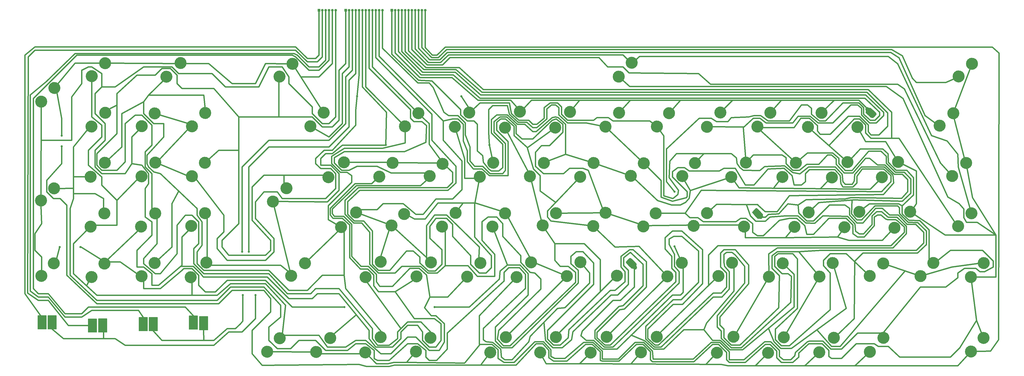
<source format=gbr>
%TF.GenerationSoftware,KiCad,Pcbnew,(6.0.11)*%
%TF.CreationDate,2023-11-05T18:47:01-08:00*%
%TF.ProjectId,keyboard,6b657962-6f61-4726-942e-6b696361645f,rev?*%
%TF.SameCoordinates,Original*%
%TF.FileFunction,Copper,L1,Top*%
%TF.FilePolarity,Positive*%
%FSLAX46Y46*%
G04 Gerber Fmt 4.6, Leading zero omitted, Abs format (unit mm)*
G04 Created by KiCad (PCBNEW (6.0.11)) date 2023-11-05 18:47:01*
%MOMM*%
%LPD*%
G01*
G04 APERTURE LIST*
%TA.AperFunction,NonConductor*%
%ADD10C,0.500000*%
%TD*%
%TA.AperFunction,NonConductor*%
%ADD11C,2.295888*%
%TD*%
%TA.AperFunction,NonConductor*%
%ADD12C,0.200000*%
%TD*%
%TA.AperFunction,ComponentPad*%
%ADD13R,1.000000X1.000000*%
%TD*%
%TA.AperFunction,ComponentPad*%
%ADD14O,1.000000X1.000000*%
%TD*%
%TA.AperFunction,ViaPad*%
%ADD15C,0.800000*%
%TD*%
G04 APERTURE END LIST*
D10*
X315214000Y-180848000D02*
X306832000Y-188722000D01*
X352552000Y-147066000D02*
X353314000Y-147574000D01*
X50800000Y-96520000D02*
X55880000Y-96520000D01*
D11*
X380446144Y-125476000D02*
G75*
G03*
X380446144Y-125476000I-1147944J0D01*
G01*
D10*
X236575600Y-197688200D02*
X232410000Y-201930000D01*
X232410000Y-101600000D02*
X338582000Y-101600000D01*
X203454000Y-195072000D02*
X205994000Y-195072000D01*
X22606000Y-175006000D02*
X26670000Y-177800000D01*
X181356000Y-81407000D02*
X178181000Y-84455000D01*
X181864000Y-82296000D02*
X178689000Y-85344000D01*
D11*
X281919544Y-111734600D02*
G75*
G03*
X281919544Y-111734600I-1147944J0D01*
G01*
D10*
X302895000Y-144018000D02*
X307467000Y-144018000D01*
X50800000Y-91440000D02*
X50800000Y-96520000D01*
X212852000Y-167640000D02*
X212852000Y-175768000D01*
X214884000Y-127762000D02*
X217424000Y-130302000D01*
X312166000Y-137922000D02*
X347853000Y-137541000D01*
X309372000Y-167640000D02*
X306578000Y-164846000D01*
X121920000Y-167005000D02*
X118745000Y-164465000D01*
X349758000Y-125222000D02*
X352679000Y-128270000D01*
X269748000Y-127254000D02*
X267716000Y-128778000D01*
X219710000Y-201930000D02*
X236728000Y-201930000D01*
X234696000Y-194564000D02*
X237236000Y-194564000D01*
X115798600Y-140182600D02*
X122732800Y-168452800D01*
X288290000Y-200406000D02*
X289306000Y-201422000D01*
X70485000Y-128905000D02*
X73025000Y-129540000D01*
X147828000Y-126746000D02*
X144780000Y-128270000D01*
X218694000Y-193548000D02*
X221488000Y-196596000D01*
X50800000Y-130810000D02*
X50800000Y-133985000D01*
X66675000Y-102235000D02*
X66675000Y-106680000D01*
D11*
X122102744Y-135102600D02*
G75*
G03*
X122102744Y-135102600I-1147944J0D01*
G01*
D10*
X145796000Y-130302000D02*
X144018000Y-129032000D01*
X268478000Y-136398000D02*
X265430000Y-132588000D01*
X298704000Y-107442000D02*
X301244000Y-107442000D01*
X151384000Y-202946000D02*
X160020000Y-202946000D01*
X134620000Y-78740000D02*
X134620000Y-85090000D01*
D11*
X334192744Y-149936200D02*
G75*
G03*
X334192744Y-149936200I-1147944J0D01*
G01*
D10*
X180340000Y-88138000D02*
X183134000Y-85344000D01*
X222504000Y-194818000D02*
X225044000Y-194818000D01*
X324866000Y-145669000D02*
X321818000Y-148463000D01*
X225044000Y-194818000D02*
X228092000Y-192024000D01*
X164465000Y-192405000D02*
X164465000Y-189865000D01*
D11*
X276864944Y-149428200D02*
G75*
G03*
X276864944Y-149428200I-1147944J0D01*
G01*
X320324344Y-111760000D02*
G75*
G03*
X320324344Y-111760000I-1147944J0D01*
G01*
D10*
X304342800Y-168808400D02*
X304292000Y-160147000D01*
X38735000Y-168275000D02*
X48895000Y-177800000D01*
X158750000Y-118745000D02*
X154305000Y-118745000D01*
X142240000Y-118745000D02*
X154305000Y-118745000D01*
D11*
X218546544Y-197637400D02*
G75*
G03*
X218546544Y-197637400I-1147944J0D01*
G01*
D10*
X25400000Y-81280000D02*
X21590000Y-84455000D01*
X289306000Y-166878000D02*
X287528000Y-164846000D01*
X123825000Y-83820000D02*
X125095000Y-84455000D01*
X373380000Y-158750000D02*
X367284000Y-163576000D01*
X133985000Y-126365000D02*
X133985000Y-123825000D01*
X316103000Y-129667000D02*
X313436000Y-129159000D01*
X151130000Y-170180000D02*
X164465000Y-188595000D01*
X65405000Y-130581400D02*
X56515000Y-139700000D01*
X183896000Y-92964000D02*
X193802000Y-101600000D01*
X119380000Y-191135000D02*
X133350000Y-191135000D01*
X361950000Y-172720000D02*
X371602000Y-172720000D01*
X139065000Y-190500000D02*
X147320000Y-183515000D01*
D11*
X157891344Y-191795400D02*
G75*
G03*
X157891344Y-191795400I-1147944J0D01*
G01*
D10*
X351028000Y-106172000D02*
X342138000Y-97536000D01*
X177800000Y-139192000D02*
X184150000Y-139192000D01*
X173990000Y-199390000D02*
X175260000Y-200660000D01*
X336296000Y-129286000D02*
X341122000Y-123698000D01*
X223113600Y-112014000D02*
X212598000Y-119634000D01*
X45720000Y-112395000D02*
X40005000Y-119380000D01*
D12*
X68694300Y-184277000D02*
X71920100Y-184277000D01*
X71920100Y-184277000D02*
X71920100Y-189433200D01*
X71920100Y-189433200D02*
X68694300Y-189433200D01*
X68694300Y-189433200D02*
X68694300Y-184277000D01*
G36*
X68694300Y-184277000D02*
G01*
X71920100Y-184277000D01*
X71920100Y-189433200D01*
X68694300Y-189433200D01*
X68694300Y-184277000D01*
G37*
D11*
X243362344Y-111658400D02*
G75*
G03*
X243362344Y-111658400I-1147944J0D01*
G01*
D10*
X321818000Y-148463000D02*
X318389000Y-148336000D01*
X275717000Y-149098000D02*
X295148000Y-149098000D01*
X89408000Y-168910000D02*
X88392000Y-167640000D01*
X53975000Y-104775000D02*
X56515000Y-103505000D01*
X280771600Y-111734600D02*
X294894000Y-111760000D01*
X99695000Y-171450000D02*
X113030000Y-171450000D01*
X71120000Y-92075000D02*
X73660000Y-89535000D01*
X345186000Y-110236000D02*
X342646000Y-110236000D01*
X114300000Y-193040000D02*
X117475000Y-196215000D01*
X253238000Y-164592000D02*
X253238000Y-172720000D01*
X371602000Y-172720000D02*
X376174000Y-169164000D01*
X318770000Y-152654000D02*
X321310000Y-152654000D01*
X318770000Y-125984000D02*
X323342000Y-125984000D01*
X175260000Y-94996000D02*
X170942000Y-94996000D01*
X129540000Y-88900000D02*
X133350000Y-88900000D01*
D11*
X325480544Y-106400600D02*
G75*
G03*
X325480544Y-106400600I-1147944J0D01*
G01*
X200385544Y-149707600D02*
G75*
G03*
X200385544Y-149707600I-1147944J0D01*
G01*
D10*
X139700000Y-107950000D02*
X139700000Y-78740000D01*
D11*
X131195944Y-111506000D02*
G75*
G03*
X131195944Y-111506000I-1147944J0D01*
G01*
D10*
X223266000Y-107950000D02*
X224282000Y-108204000D01*
X50800000Y-96520000D02*
X48260000Y-99060000D01*
X332994000Y-129286000D02*
X336296000Y-129286000D01*
X335534000Y-103378000D02*
X328676000Y-110236000D01*
X381762000Y-138684000D02*
X379298200Y-125476000D01*
X99695000Y-172720000D02*
X112395000Y-172720000D01*
X29718000Y-94488000D02*
X40640000Y-83820000D01*
X334187800Y-125349000D02*
X339090000Y-120142000D01*
X327660000Y-160020000D02*
X333756000Y-160020000D01*
X173990000Y-129286000D02*
X160782000Y-129286000D01*
X358267000Y-137033000D02*
X355092000Y-140081000D01*
X201168000Y-192532000D02*
X203454000Y-195072000D01*
X216154000Y-110744000D02*
X214630000Y-110744000D01*
X284480000Y-141224000D02*
X295783000Y-141351000D01*
X222504000Y-200914000D02*
X227584000Y-200914000D01*
D11*
X52913144Y-163804600D02*
G75*
G03*
X52913144Y-163804600I-1147944J0D01*
G01*
D10*
X103505000Y-186690000D02*
X104394000Y-185674000D01*
X290322000Y-159512000D02*
X291592000Y-160528000D01*
X213614000Y-167132000D02*
X215392000Y-167386000D01*
X310642000Y-153924000D02*
X314045600Y-149809200D01*
X309118000Y-201422000D02*
X313436000Y-201422000D01*
X229108000Y-161036000D02*
X231140000Y-159258000D01*
X239014000Y-108204000D02*
X237744000Y-109220000D01*
D11*
X382249544Y-168910000D02*
G75*
G03*
X382249544Y-168910000I-1147944J0D01*
G01*
D10*
X305562000Y-165608000D02*
X308356000Y-168402000D01*
X130810000Y-104140000D02*
X130810000Y-106680000D01*
X62230000Y-115570000D02*
X64770000Y-113030000D01*
X240284000Y-197358000D02*
X240284000Y-200660000D01*
D11*
X53065544Y-125399800D02*
G75*
G03*
X53065544Y-125399800I-1147944J0D01*
G01*
D10*
X342646000Y-123698000D02*
X345694000Y-126238000D01*
D11*
X177017544Y-163347400D02*
G75*
G03*
X177017544Y-163347400I-1147944J0D01*
G01*
D10*
X333248000Y-139192000D02*
X318516000Y-139446000D01*
X322580000Y-188976000D02*
X328168000Y-195326000D01*
X177800000Y-146558000D02*
X181864000Y-146558000D01*
X267716000Y-128778000D02*
X267716000Y-130810000D01*
X349504000Y-106426000D02*
X341630000Y-98552000D01*
X59690000Y-194945000D02*
X93345000Y-194945000D01*
X290068000Y-195834000D02*
X293878000Y-195834000D01*
X218948000Y-104394000D02*
X218948000Y-108458000D01*
X214630000Y-116332000D02*
X210566000Y-116332000D01*
X330454000Y-153670000D02*
X333502000Y-149606000D01*
D12*
X87871300Y-183946800D02*
X91097100Y-183946800D01*
X91097100Y-183946800D02*
X91097100Y-189103000D01*
X91097100Y-189103000D02*
X87871300Y-189103000D01*
X87871300Y-189103000D02*
X87871300Y-183946800D01*
G36*
X87871300Y-183946800D02*
G01*
X91097100Y-183946800D01*
X91097100Y-189103000D01*
X87871300Y-189103000D01*
X87871300Y-183946800D01*
G37*
D10*
X294894000Y-111760000D02*
X298450000Y-108458000D01*
X242239800Y-144449800D02*
X223012000Y-144602200D01*
X164465000Y-192405000D02*
X161290000Y-195580000D01*
X99060000Y-160655000D02*
X113030000Y-160655000D01*
X346202000Y-114808000D02*
X349504000Y-111506000D01*
X219456000Y-193040000D02*
X222250000Y-195834000D01*
X264414000Y-115189000D02*
X264414000Y-138049000D01*
X52070000Y-110490000D02*
X52070000Y-116840000D01*
X247142000Y-200152000D02*
X253492000Y-193802000D01*
X311531000Y-141097000D02*
X315468000Y-141478000D01*
X144018000Y-129032000D02*
X141478000Y-129032000D01*
X207518000Y-115062000D02*
X212598000Y-119634000D01*
X40640000Y-87503000D02*
X32740600Y-96926400D01*
X144780000Y-88900000D02*
X144780000Y-78740000D01*
X163576000Y-78740000D02*
X163576000Y-83058000D01*
X260604000Y-196342000D02*
X264414000Y-196342000D01*
X68580000Y-133350000D02*
X68580000Y-129540000D01*
X244094000Y-173990000D02*
X245872000Y-173990000D01*
X143510000Y-81407000D02*
X143510000Y-67437000D01*
X301498000Y-146177000D02*
X303022000Y-146177000D01*
D11*
X219486344Y-149250400D02*
G75*
G03*
X219486344Y-149250400I-1147944J0D01*
G01*
D10*
X31877000Y-188722000D02*
X36195000Y-192405000D01*
X349631000Y-146177000D02*
X347218000Y-144018000D01*
X353415600Y-125095000D02*
X348742000Y-117348000D01*
X267970000Y-177546000D02*
X257556000Y-187706000D01*
D11*
X224515544Y-191770000D02*
G75*
G03*
X224515544Y-191770000I-1147944J0D01*
G01*
D10*
X59690000Y-110490000D02*
X63500000Y-107315000D01*
X267716000Y-175768000D02*
X270764000Y-175768000D01*
X352044000Y-129794000D02*
X355092000Y-129794000D01*
X332232000Y-129794000D02*
X329565000Y-127000000D01*
D11*
X310596144Y-130810000D02*
G75*
G03*
X310596144Y-130810000I-1147944J0D01*
G01*
D10*
X156210000Y-163118800D02*
X160528000Y-149352000D01*
X192786000Y-140716000D02*
X204038200Y-144272000D01*
X320548000Y-104648000D02*
X320548000Y-106934000D01*
X338582000Y-101600000D02*
X341884000Y-104902000D01*
X157480000Y-78740000D02*
X157480000Y-81788000D01*
X350647000Y-83439000D02*
X182118000Y-83439000D01*
X59690000Y-129540000D02*
X62230000Y-125730000D01*
X67310000Y-127000000D02*
X69850000Y-129540000D01*
X73025000Y-129540000D02*
X86995000Y-142875000D01*
X217932000Y-118872000D02*
X220980000Y-118872000D01*
X177546000Y-166624000D02*
X180086000Y-164084000D01*
X339471000Y-127000000D02*
X336931000Y-129921000D01*
X201422000Y-199898000D02*
X203708000Y-201422000D01*
X267716000Y-130810000D02*
X273304000Y-136398000D01*
X52070000Y-116840000D02*
X48260000Y-120650000D01*
X258318000Y-192278000D02*
X258318000Y-188722000D01*
X182118000Y-196342000D02*
X182118000Y-190246000D01*
X220218000Y-192532000D02*
X222504000Y-194818000D01*
X27736800Y-104329288D02*
X27660600Y-137580312D01*
X86995000Y-145415000D02*
X88900000Y-147955000D01*
X166624000Y-159004000D02*
X169164000Y-159004000D01*
X139192000Y-145796000D02*
X138430000Y-144780000D01*
X327660000Y-114554000D02*
X334518000Y-107696000D01*
X178562000Y-140716000D02*
X192786000Y-140716000D01*
X62230000Y-125730000D02*
X62230000Y-115570000D01*
X72390000Y-172085000D02*
X69850000Y-172085000D01*
X249174000Y-164592000D02*
X249174000Y-161544000D01*
X112395000Y-173990000D02*
X114935000Y-177165000D01*
X134620000Y-110490000D02*
X137160000Y-110490000D01*
X252730000Y-158496000D02*
X257810000Y-163068000D01*
D11*
X86161744Y-130530600D02*
G75*
G03*
X86161744Y-130530600I-1147944J0D01*
G01*
D10*
X141706600Y-149885400D02*
X136906000Y-147066000D01*
D11*
X382274944Y-197281800D02*
G75*
G03*
X382274944Y-197281800I-1147944J0D01*
G01*
D10*
X339598000Y-107188000D02*
X339598000Y-104648000D01*
X134620000Y-111760000D02*
X138430000Y-111760000D01*
X194310000Y-157480000D02*
X181864000Y-145288000D01*
X85598000Y-164846000D02*
X88392000Y-167640000D01*
D11*
X172242344Y-106527600D02*
G75*
G03*
X172242344Y-106527600I-1147944J0D01*
G01*
D10*
X323469000Y-197561200D02*
X318008000Y-202692000D01*
X359283000Y-137668000D02*
X354965000Y-141859000D01*
X261112000Y-194818000D02*
X258318000Y-192278000D01*
X204470000Y-144780000D02*
X214376000Y-163068000D01*
X204724000Y-107950000D02*
X202184000Y-107950000D01*
X98425000Y-188595000D02*
X101600000Y-188595000D01*
D11*
X133380344Y-197434200D02*
G75*
G03*
X133380344Y-197434200I-1147944J0D01*
G01*
X256849744Y-197586600D02*
G75*
G03*
X256849744Y-197586600I-1147944J0D01*
G01*
D10*
X340360000Y-104394000D02*
X340360000Y-106934000D01*
X217678000Y-169672000D02*
X217678000Y-173482000D01*
X173990000Y-196850000D02*
X173990000Y-199390000D01*
X314960000Y-146558000D02*
X318008000Y-149352000D01*
X21590000Y-84455000D02*
X21590000Y-175260000D01*
X213106000Y-193548000D02*
X213614000Y-191516000D01*
X376682000Y-140970000D02*
X378460000Y-143002000D01*
D11*
X272369144Y-163499800D02*
G75*
G03*
X272369144Y-163499800I-1147944J0D01*
G01*
D10*
X93345000Y-97155000D02*
X102870000Y-107950000D01*
X125095000Y-84455000D02*
X129540000Y-88900000D01*
D11*
X166832144Y-144932400D02*
G75*
G03*
X166832144Y-144932400I-1147944J0D01*
G01*
D10*
X203200000Y-129540000D02*
X198374000Y-129540000D01*
X184404000Y-91948000D02*
X172212000Y-91948000D01*
X191008000Y-164084000D02*
X194310000Y-167386000D01*
X284556200Y-197739000D02*
X280416000Y-202184000D01*
X155575000Y-194945000D02*
X160020000Y-194945000D01*
X347980000Y-106172000D02*
X347980000Y-107442000D01*
X363728000Y-107442000D02*
X353822000Y-85471000D01*
X80010000Y-136207500D02*
X77470000Y-140970000D01*
X144272000Y-140208000D02*
X144272000Y-145034000D01*
X269240000Y-121920000D02*
X266700000Y-124841000D01*
X187198000Y-105156000D02*
X187198000Y-107188000D01*
X230886000Y-167132000D02*
X228092000Y-164846000D01*
D11*
X375569344Y-106553000D02*
G75*
G03*
X375569344Y-106553000I-1147944J0D01*
G01*
D10*
X85725000Y-163830000D02*
X89535000Y-167640000D01*
X145796000Y-161036000D02*
X145796000Y-148844000D01*
X166116000Y-113030000D02*
X166116000Y-117856000D01*
X152146000Y-164846000D02*
X149352000Y-164846000D01*
X256540000Y-164084000D02*
X256540000Y-172212000D01*
X355092000Y-129794000D02*
X357124000Y-131826000D01*
X304012600Y-197764400D02*
X299212000Y-202692000D01*
X205232000Y-117348000D02*
X200914000Y-113030000D01*
X296037000Y-141351000D02*
X300101000Y-141351000D01*
X137795000Y-126365000D02*
X133985000Y-126365000D01*
X138176000Y-122936000D02*
X143002000Y-119888000D01*
X353314000Y-87757000D02*
X349758000Y-84963000D01*
X112395000Y-130175000D02*
X120015000Y-130175000D01*
X255016000Y-157226000D02*
X265734800Y-168681400D01*
X268986000Y-170688000D02*
X268986000Y-167132000D01*
X223520000Y-108712000D02*
X221996000Y-109220000D01*
X198120000Y-118618000D02*
X199542400Y-125399800D01*
X113030000Y-160655000D02*
X114935000Y-158750000D01*
X197866000Y-127762000D02*
X198882000Y-128524000D01*
X203200000Y-127254000D02*
X203200000Y-118364000D01*
X69850000Y-167640000D02*
X66675000Y-165100000D01*
D11*
X219943544Y-125476000D02*
G75*
G03*
X219943544Y-125476000I-1147944J0D01*
G01*
D10*
X341122000Y-99568000D02*
X347980000Y-106172000D01*
X164465000Y-189865000D02*
X167005000Y-187325000D01*
D11*
X343793944Y-168503600D02*
G75*
G03*
X343793944Y-168503600I-1147944J0D01*
G01*
D10*
X326644000Y-122428000D02*
X328168000Y-122428000D01*
X356616000Y-152400000D02*
X356616000Y-149606000D01*
X285496000Y-128524000D02*
X274066000Y-128524000D01*
X210058000Y-163322000D02*
X213614000Y-167132000D01*
X298196000Y-148590000D02*
X298196000Y-151892000D01*
X36195000Y-192405000D02*
X55880000Y-192405000D01*
X295402000Y-153924000D02*
X310642000Y-153924000D01*
X308356000Y-196850000D02*
X308356000Y-199136000D01*
D11*
X214634944Y-130556000D02*
G75*
G03*
X214634944Y-130556000I-1147944J0D01*
G01*
D10*
X247904000Y-177800000D02*
X245110000Y-177800000D01*
D11*
X195584944Y-130733800D02*
G75*
G03*
X195584944Y-130733800I-1147944J0D01*
G01*
D10*
X151130000Y-193040000D02*
X156845000Y-198120000D01*
X181864000Y-146558000D02*
X184150000Y-148844000D01*
D11*
X48010944Y-168910000D02*
G75*
G03*
X48010944Y-168910000I-1147944J0D01*
G01*
D10*
X145796000Y-132842000D02*
X145796000Y-130302000D01*
X48895000Y-179070000D02*
X95250000Y-179070000D01*
X313944000Y-167894000D02*
X309575200Y-163677600D01*
X214122000Y-101600000D02*
X232410000Y-101600000D01*
D11*
X238841144Y-125476000D02*
G75*
G03*
X238841144Y-125476000I-1147944J0D01*
G01*
D10*
X236728000Y-201930000D02*
X286258000Y-202184000D01*
X168148000Y-108458000D02*
X168148000Y-105156000D01*
X336296000Y-152400000D02*
X338074000Y-153670000D01*
X135890000Y-121920000D02*
X138430000Y-121920000D01*
X154940000Y-67437000D02*
X154940000Y-81407000D01*
D11*
X66832344Y-149707600D02*
G75*
G03*
X66832344Y-149707600I-1147944J0D01*
G01*
D10*
X360172000Y-148844000D02*
X363220000Y-151892000D01*
X188214000Y-110744000D02*
X188214000Y-117094000D01*
X229362000Y-192786000D02*
X229870000Y-189738000D01*
X364236000Y-156591000D02*
X360807000Y-159766000D01*
X113030000Y-170180000D02*
X123190000Y-180340000D01*
X338836000Y-107696000D02*
X342138000Y-110998000D01*
X143256000Y-145034000D02*
X146558000Y-148336000D01*
X96520000Y-154940000D02*
X96520000Y-157480000D01*
X285750000Y-193802000D02*
X289306000Y-197358000D01*
X257556000Y-192532000D02*
X260858000Y-195580000D01*
X345694000Y-145288000D02*
X346964000Y-145288000D01*
X278638000Y-135890000D02*
X347218000Y-136398000D01*
D12*
X30264100Y-183565800D02*
X33489900Y-183565800D01*
X33489900Y-183565800D02*
X33489900Y-188722000D01*
X33489900Y-188722000D02*
X30264100Y-188722000D01*
X30264100Y-188722000D02*
X30264100Y-183565800D01*
G36*
X30264100Y-183565800D02*
G01*
X33489900Y-183565800D01*
X33489900Y-188722000D01*
X30264100Y-188722000D01*
X30264100Y-183565800D01*
G37*
D10*
X107950000Y-189230000D02*
X107950000Y-198120000D01*
X186182000Y-107442000D02*
X182626000Y-107442000D01*
D11*
X67010144Y-130581400D02*
G75*
G03*
X67010144Y-130581400I-1147944J0D01*
G01*
D10*
X286258000Y-189484000D02*
X286258000Y-192278000D01*
X212852000Y-175768000D02*
X200406000Y-187960000D01*
X137160000Y-78740000D02*
X137160000Y-86360000D01*
D11*
X152176344Y-168960800D02*
G75*
G03*
X152176344Y-168960800I-1147944J0D01*
G01*
D10*
X349504000Y-111506000D02*
X349504000Y-106426000D01*
X106680000Y-152146000D02*
X106680000Y-159004000D01*
X185242200Y-144500600D02*
X187960000Y-140970000D01*
D11*
X228681144Y-168554400D02*
G75*
G03*
X228681144Y-168554400I-1147944J0D01*
G01*
D10*
X69850000Y-111125000D02*
X69850000Y-118745000D01*
X180086000Y-158496000D02*
X175514000Y-154178000D01*
X348996000Y-125603000D02*
X352425000Y-129032000D01*
X173736000Y-78740000D02*
X173736000Y-81534000D01*
X77470000Y-140970000D02*
X77470000Y-157480000D01*
X206756000Y-195834000D02*
X231902000Y-171196000D01*
X39370000Y-116840000D02*
X39370000Y-100330000D01*
X304038000Y-109474000D02*
X312166000Y-109474000D01*
X265430000Y-120142000D02*
X277876000Y-108458000D01*
X286004000Y-159766000D02*
X286004000Y-165100000D01*
X113030000Y-171450000D02*
X120650000Y-179705000D01*
X203708000Y-201422000D02*
X207518000Y-201422000D01*
X210566000Y-116332000D02*
X208280000Y-114300000D01*
D11*
X85704544Y-168986200D02*
G75*
G03*
X85704544Y-168986200I-1147944J0D01*
G01*
D10*
X171704000Y-163576000D02*
X175006000Y-166624000D01*
X201422000Y-196596000D02*
X201422000Y-199898000D01*
X46990000Y-181610000D02*
X43180000Y-184150000D01*
X351028000Y-82296000D02*
X181864000Y-82296000D01*
X226822000Y-199898000D02*
X233934000Y-193802000D01*
X72390000Y-124460000D02*
X83820000Y-112395000D01*
X245872000Y-157480000D02*
X255016000Y-157226000D01*
X73025000Y-167640000D02*
X79375000Y-160020000D01*
X271272000Y-153416000D02*
X277622000Y-159004000D01*
X155194000Y-167894000D02*
X152146000Y-164846000D01*
X33655000Y-135255000D02*
X40005000Y-135153400D01*
X331470000Y-130302000D02*
X329438000Y-128016000D01*
X340106000Y-148336000D02*
X344932000Y-142748000D01*
X144780000Y-111760000D02*
X137160000Y-119380000D01*
X323850000Y-114554000D02*
X327660000Y-114554000D01*
X172466000Y-67437000D02*
X172466000Y-81407000D01*
X56515000Y-103505000D02*
X56515000Y-99060000D01*
X40640000Y-83820000D02*
X123825000Y-83820000D01*
D11*
X72217144Y-144678400D02*
G75*
G03*
X72217144Y-144678400I-1147944J0D01*
G01*
D10*
X244094000Y-194818000D02*
X268986000Y-170688000D01*
D11*
X330154144Y-192049400D02*
G75*
G03*
X330154144Y-192049400I-1147944J0D01*
G01*
D10*
X261289800Y-144653000D02*
X272542000Y-144653000D01*
X211836000Y-173228000D02*
X195834000Y-188468000D01*
X166116000Y-78740000D02*
X166116000Y-83058000D01*
X221996000Y-108204000D02*
X223266000Y-107950000D01*
X77470000Y-88900000D02*
X80010000Y-91440000D01*
X121285000Y-175260000D02*
X130175000Y-175260000D01*
X142240000Y-146558000D02*
X145034000Y-149098000D01*
X51435000Y-139065000D02*
X48260000Y-137160000D01*
X272542000Y-144653000D02*
X274320000Y-146304000D01*
X206502000Y-106680000D02*
X206248000Y-105410000D01*
X383032000Y-165608000D02*
X384556000Y-166878000D01*
X138684000Y-146558000D02*
X142240000Y-146558000D01*
D11*
X167136944Y-111531400D02*
G75*
G03*
X167136944Y-111531400I-1147944J0D01*
G01*
D10*
X241808000Y-195580000D02*
X245110000Y-195580000D01*
X339852000Y-127762000D02*
X337820000Y-130556000D01*
X288290000Y-197612000D02*
X288290000Y-200406000D01*
X197866000Y-114046000D02*
X197866000Y-105156000D01*
X182626000Y-107442000D02*
X180848000Y-106172000D01*
X121044912Y-87731600D02*
X113030000Y-87630000D01*
X85090000Y-170180000D02*
X85090000Y-175895000D01*
X390652000Y-168910000D02*
X390652000Y-153670000D01*
X167005000Y-187325000D02*
X170815000Y-187325000D01*
X214630000Y-110744000D02*
X213106000Y-109220000D01*
X67310000Y-140335000D02*
X67310000Y-135255000D01*
X271272000Y-151384000D02*
X267716000Y-151384000D01*
X284988000Y-156972000D02*
X281432000Y-160528000D01*
X140970000Y-129540000D02*
X137795000Y-126365000D01*
X289306000Y-197358000D02*
X289306000Y-200406000D01*
X67310000Y-121285000D02*
X67310000Y-127000000D01*
D11*
X119461144Y-92583000D02*
G75*
G03*
X119461144Y-92583000I-1147944J0D01*
G01*
D10*
X267335000Y-141478000D02*
X270637000Y-141478000D01*
X153670000Y-164084000D02*
X155956000Y-166370000D01*
X274320000Y-146304000D02*
X277368000Y-146304000D01*
X50800000Y-115570000D02*
X45720000Y-120650000D01*
X210058000Y-160782000D02*
X210058000Y-163322000D01*
X228346000Y-188976000D02*
X244094000Y-173990000D01*
X230886000Y-170942000D02*
X230886000Y-167132000D01*
D11*
X375137544Y-130454400D02*
G75*
G03*
X375137544Y-130454400I-1147944J0D01*
G01*
D10*
X306578000Y-164846000D02*
X306578000Y-161036000D01*
X222250000Y-195834000D02*
X225806000Y-195834000D01*
D11*
X47985544Y-111607600D02*
G75*
G03*
X47985544Y-111607600I-1147944J0D01*
G01*
D10*
X72390000Y-125730000D02*
X84455000Y-130810000D01*
X242062000Y-194818000D02*
X244094000Y-194818000D01*
D11*
X310723144Y-163677600D02*
G75*
G03*
X310723144Y-163677600I-1147944J0D01*
G01*
D10*
X294386000Y-196596000D02*
X313944000Y-180340000D01*
X338582000Y-102616000D02*
X340360000Y-104394000D01*
X312166000Y-195072000D02*
X327660000Y-181356000D01*
X274447000Y-136017000D02*
X290017200Y-130835400D01*
X323342000Y-125984000D02*
X326644000Y-122428000D01*
X309118000Y-195072000D02*
X312166000Y-195072000D01*
X359283000Y-131064000D02*
X359283000Y-137668000D01*
X351028000Y-116078000D02*
X351028000Y-106172000D01*
X268478000Y-164846000D02*
X268478000Y-160274000D01*
X322834000Y-113284000D02*
X323850000Y-114554000D01*
X324332600Y-106400600D02*
X329184000Y-101600000D01*
X175514000Y-149606000D02*
X177800000Y-146558000D01*
D11*
X209580344Y-168935400D02*
G75*
G03*
X209580344Y-168935400I-1147944J0D01*
G01*
D10*
X390652000Y-152908000D02*
X381762000Y-138684000D01*
X124460000Y-85090000D02*
X129540000Y-90170000D01*
X295579800Y-125349000D02*
X298450000Y-122428000D01*
X87630000Y-172085000D02*
X90170000Y-174625000D01*
X140970000Y-135890000D02*
X140970000Y-129540000D01*
X341122000Y-117348000D02*
X348742000Y-117348000D01*
X291592000Y-158496000D02*
X287274000Y-158496000D01*
X353314000Y-147574000D02*
X355854000Y-149860000D01*
X200406000Y-193294000D02*
X202946000Y-195834000D01*
X262001000Y-139827000D02*
X267335000Y-141478000D01*
X151130000Y-194310000D02*
X154305000Y-196850000D01*
X356616000Y-149606000D02*
X353060000Y-146177000D01*
X128905000Y-85725000D02*
X132080000Y-85725000D01*
X151130000Y-67437000D02*
X151130000Y-82677000D01*
D11*
X181233944Y-149707600D02*
G75*
G03*
X181233944Y-149707600I-1147944J0D01*
G01*
D10*
X225806000Y-195834000D02*
X229362000Y-192786000D01*
X94615000Y-175895000D02*
X99695000Y-171450000D01*
X200914000Y-113030000D02*
X200914000Y-109982000D01*
X315214000Y-162052000D02*
X315214000Y-180848000D01*
X215900000Y-194310000D02*
X218440000Y-194310000D01*
X176276000Y-106934000D02*
X176276000Y-116840000D01*
X249428000Y-181102000D02*
X247650000Y-181356000D01*
X160274000Y-166370000D02*
X166624000Y-159004000D01*
X349758000Y-195326000D02*
X354076000Y-199390000D01*
X171704000Y-161290000D02*
X171704000Y-163576000D01*
X298196000Y-151892000D02*
X299974000Y-153162000D01*
X160020000Y-202946000D02*
X162052000Y-202438000D01*
X324866000Y-193294000D02*
X327914000Y-196342000D01*
X273304000Y-138176000D02*
X273050000Y-138684000D01*
X340614000Y-153670000D02*
X344424000Y-149352000D01*
X71755000Y-145415000D02*
X71755000Y-156210000D01*
X151892000Y-165862000D02*
X154178000Y-168148000D01*
X138430000Y-120650000D02*
X147320000Y-111125000D01*
X180975000Y-193675000D02*
X180975000Y-186690000D01*
X374269000Y-106807000D02*
X379095000Y-125476000D01*
X155956000Y-174498000D02*
X154178000Y-172212000D01*
X175691800Y-189853512D02*
X172085000Y-186055000D01*
X188976000Y-114808000D02*
X188976000Y-110236000D01*
X338582000Y-108712000D02*
X338836000Y-108712000D01*
X21590000Y-175260000D02*
X27940000Y-184150000D01*
X279654000Y-188976000D02*
X280670000Y-186436000D01*
X193802000Y-101600000D02*
X206248000Y-101600000D01*
D12*
X45631100Y-184810400D02*
X48856900Y-184810400D01*
X48856900Y-184810400D02*
X48856900Y-189966600D01*
X48856900Y-189966600D02*
X45631100Y-189966600D01*
X45631100Y-189966600D02*
X45631100Y-184810400D01*
G36*
X45631100Y-184810400D02*
G01*
X48856900Y-184810400D01*
X48856900Y-189966600D01*
X45631100Y-189966600D01*
X45631100Y-184810400D01*
G37*
D10*
X200152000Y-168656000D02*
X200152000Y-160274000D01*
X390652000Y-153670000D02*
X390652000Y-152908000D01*
X318262000Y-132588000D02*
X316738000Y-133858000D01*
X152400000Y-67437000D02*
X152400000Y-81407000D01*
X344932000Y-142748000D02*
X347472000Y-142748000D01*
X290017200Y-130835400D02*
X292989000Y-135001000D01*
X181356000Y-164592000D02*
X189992000Y-164592000D01*
X161036000Y-84074000D02*
X171196000Y-93980000D01*
X171958000Y-134112000D02*
X174498000Y-131826000D01*
X185420000Y-89916000D02*
X173228000Y-89916000D01*
X162306000Y-83566000D02*
X171704000Y-92964000D01*
X330454000Y-153670000D02*
X334772000Y-154940000D01*
X76835000Y-89535000D02*
X79375000Y-92075000D01*
X130175000Y-175260000D02*
X132080000Y-173355000D01*
D11*
X116946544Y-140182600D02*
G75*
G03*
X116946544Y-140182600I-1147944J0D01*
G01*
D10*
X38735000Y-142875000D02*
X38735000Y-168275000D01*
X175260000Y-196850000D02*
X179070000Y-196850000D01*
X332486000Y-134620000D02*
X331724000Y-133350000D01*
X321310000Y-152654000D02*
X327152000Y-146558000D01*
X229108000Y-163830000D02*
X229108000Y-161036000D01*
X234950000Y-193040000D02*
X237744000Y-193040000D01*
X282448000Y-193802000D02*
X285750000Y-193802000D01*
X171196000Y-93980000D02*
X176276000Y-94234000D01*
X161544000Y-125222000D02*
X143764000Y-125247400D01*
X143510000Y-195580000D02*
X147320000Y-193040000D01*
D11*
X33761544Y-135153400D02*
G75*
G03*
X33761544Y-135153400I-1147944J0D01*
G01*
D10*
X148082000Y-143256000D02*
X155448000Y-143256000D01*
X350774000Y-130302000D02*
X347980000Y-127762000D01*
D11*
X123880744Y-168452800D02*
G75*
G03*
X123880744Y-168452800I-1147944J0D01*
G01*
D10*
X179705000Y-186690000D02*
X177165000Y-184785000D01*
X263398000Y-132207000D02*
X263398000Y-138557000D01*
X204216000Y-108712000D02*
X207518000Y-111506000D01*
X310515000Y-145669000D02*
X304800000Y-146050000D01*
X358394000Y-144043400D02*
X360426000Y-140970000D01*
X195326000Y-154940000D02*
X195326000Y-147828000D01*
X251460000Y-158496000D02*
X252730000Y-158496000D01*
X237744000Y-171704000D02*
X220218000Y-189230000D01*
X101600000Y-188595000D02*
X103505000Y-186690000D01*
X174498000Y-88138000D02*
X180340000Y-88138000D01*
D11*
X311129544Y-191871600D02*
G75*
G03*
X311129544Y-191871600I-1147944J0D01*
G01*
D10*
X270256000Y-171196000D02*
X270256000Y-166878000D01*
X347218000Y-144018000D02*
X345313000Y-144018000D01*
X207518000Y-201422000D02*
X215392000Y-193548000D01*
D11*
X186110744Y-111709200D02*
G75*
G03*
X186110744Y-111709200I-1147944J0D01*
G01*
D10*
X43180000Y-90170000D02*
X45720000Y-88900000D01*
X170434000Y-105918000D02*
X153670000Y-88900000D01*
X257810000Y-172720000D02*
X249428000Y-181102000D01*
X144780000Y-93980000D02*
X144780000Y-111760000D01*
X185420000Y-126746000D02*
X185420000Y-133096000D01*
X179578000Y-87249000D02*
X174879000Y-87249000D01*
X51435000Y-139065000D02*
X51435000Y-143510000D01*
X272542000Y-144653000D02*
X278638000Y-135890000D01*
X284734000Y-187960000D02*
X286258000Y-189484000D01*
X323088000Y-110236000D02*
X320040000Y-107696000D01*
X217424000Y-197866000D02*
X219710000Y-201930000D01*
X231902000Y-171196000D02*
X231902000Y-166370000D01*
X194310000Y-183642000D02*
X194310000Y-194564000D01*
X228600000Y-127508000D02*
X226314000Y-129540000D01*
X200406000Y-187960000D02*
X200406000Y-193294000D01*
D11*
X28884744Y-102133400D02*
G75*
G03*
X28884744Y-102133400I-1147944J0D01*
G01*
D10*
X378460000Y-143002000D02*
X378460000Y-146304000D01*
X233934000Y-193802000D02*
X237490000Y-193802000D01*
X153416000Y-133350000D02*
X147066000Y-133350000D01*
X80010000Y-91440000D02*
X92710000Y-91440000D01*
X162306000Y-167386000D02*
X164846000Y-164846000D01*
X184150000Y-108712000D02*
X186182000Y-108712000D01*
X337058000Y-148717000D02*
X334264000Y-145796000D01*
X171958000Y-164846000D02*
X174752000Y-167386000D01*
X208280000Y-111252000D02*
X204724000Y-107950000D01*
X172466000Y-78740000D02*
X172466000Y-81534000D01*
X337820000Y-148336000D02*
X340106000Y-148336000D01*
X83820000Y-151130000D02*
X81280000Y-153670000D01*
X114300000Y-187960000D02*
X114300000Y-193040000D01*
X139700000Y-135255000D02*
X139700000Y-129540000D01*
X180086000Y-124968000D02*
X175260000Y-118364000D01*
X102870000Y-121920000D02*
X102870000Y-120650000D01*
X43180000Y-182880000D02*
X45720000Y-180340000D01*
X260096000Y-197104000D02*
X260350000Y-200152000D01*
X288798000Y-109728000D02*
X290068000Y-108204000D01*
X160782000Y-129286000D02*
X155448000Y-126746000D01*
X109220000Y-140335000D02*
X112395000Y-136525000D01*
X265430000Y-132588000D02*
X265430000Y-120142000D01*
X37465000Y-168275000D02*
X48895000Y-179070000D01*
X114935000Y-177165000D02*
X114935000Y-182245000D01*
X318262000Y-129540000D02*
X318262000Y-132588000D01*
X321310000Y-147574000D02*
X327406000Y-141478000D01*
X135255000Y-120650000D02*
X138430000Y-120650000D01*
X343535000Y-145669000D02*
X343535000Y-148971000D01*
X270764000Y-175768000D02*
X271780000Y-174752000D01*
X195834000Y-188468000D02*
X195834000Y-192786000D01*
X284480000Y-109728000D02*
X288798000Y-109728000D01*
X227584000Y-200914000D02*
X234696000Y-194564000D01*
X241046000Y-197104000D02*
X241046000Y-200152000D01*
X288290000Y-159512000D02*
X290322000Y-159512000D01*
X197612000Y-146050000D02*
X200914000Y-146050000D01*
X333756000Y-146558000D02*
X336296000Y-149098000D01*
X138430000Y-144780000D02*
X138430000Y-143002000D01*
X304876200Y-106349800D02*
X309118000Y-101600000D01*
X330962000Y-125730000D02*
X333375000Y-128397000D01*
X157480000Y-81788000D02*
X170942000Y-94996000D01*
X114935000Y-158750000D02*
X114935000Y-154940000D01*
X79375000Y-149225000D02*
X82550000Y-145415000D01*
X164846000Y-83058000D02*
X172720000Y-90932000D01*
X206756000Y-200406000D02*
X213106000Y-193548000D01*
X147066000Y-133350000D02*
X137668000Y-142748000D01*
X109220000Y-183515000D02*
X109220000Y-175768000D01*
X306832000Y-192786000D02*
X309118000Y-195072000D01*
X304800000Y-146050000D02*
X303022000Y-147701000D01*
X353314000Y-141859000D02*
X353949000Y-142621000D01*
X277622000Y-91440000D02*
X282194000Y-95504000D01*
D11*
X47655344Y-149733000D02*
G75*
G03*
X47655344Y-149733000I-1147944J0D01*
G01*
D10*
X97790000Y-96520000D02*
X110490000Y-96520000D01*
X140970000Y-151130000D02*
X127990600Y-163652200D01*
X139700000Y-175260000D02*
X140970000Y-175260000D01*
X193548000Y-110744000D02*
X193548000Y-120904000D01*
X353949000Y-142621000D02*
X353949000Y-144653000D01*
X312166000Y-146558000D02*
X314960000Y-146558000D01*
X270637000Y-141478000D02*
X272669000Y-140462000D01*
D11*
X324693144Y-168732200D02*
G75*
G03*
X324693144Y-168732200I-1147944J0D01*
G01*
D10*
X342138000Y-113538000D02*
X343154000Y-114808000D01*
X136906000Y-141732000D02*
X145796000Y-132842000D01*
X347726000Y-190246000D02*
X361950000Y-172720000D01*
X329438000Y-128016000D02*
X319786000Y-128016000D01*
X174244000Y-111252000D02*
X172466000Y-109728000D01*
X237744000Y-109220000D02*
X227838000Y-109220000D01*
X354965000Y-141859000D02*
X354965000Y-144780000D01*
X270256000Y-166878000D02*
X268478000Y-164846000D01*
X281432000Y-160528000D02*
X281432000Y-172212000D01*
X215392000Y-193548000D02*
X218694000Y-193548000D01*
X274447000Y-136017000D02*
X271272000Y-130479800D01*
X298704000Y-133858000D02*
X295402000Y-133858000D01*
X309880000Y-200406000D02*
X312674000Y-200406000D01*
X204216000Y-118110000D02*
X204216000Y-128270000D01*
X251968000Y-191008000D02*
X256794000Y-193040000D01*
X355219000Y-145161000D02*
X357632000Y-147320000D01*
X107950000Y-147320000D02*
X107950000Y-134620000D01*
X170815000Y-194310000D02*
X173990000Y-196850000D01*
X327914000Y-196342000D02*
X331978000Y-196342000D01*
X343154000Y-114808000D02*
X346202000Y-114808000D01*
D11*
X382452744Y-144653000D02*
G75*
G03*
X382452744Y-144653000I-1147944J0D01*
G01*
D10*
X351536000Y-157861000D02*
X356616000Y-152400000D01*
X212344000Y-109982000D02*
X214630000Y-112014000D01*
X198882000Y-114046000D02*
X198882000Y-108966000D01*
X284734000Y-183642000D02*
X284734000Y-187960000D01*
X248920000Y-88900000D02*
X251206000Y-91186000D01*
X93980000Y-174625000D02*
X98425000Y-170180000D01*
X26670000Y-175260000D02*
X30480000Y-175260000D01*
X331724000Y-133350000D02*
X331470000Y-130302000D01*
X319024000Y-121666000D02*
X328549000Y-121666000D01*
D11*
X205186144Y-144653000D02*
G75*
G03*
X205186144Y-144653000I-1147944J0D01*
G01*
D10*
X140970000Y-90170000D02*
X143510000Y-87630000D01*
X66675000Y-106680000D02*
X70485000Y-110490000D01*
X89941400Y-125399800D02*
X95250000Y-120650000D01*
X87630000Y-168275000D02*
X87630000Y-172085000D01*
X355346000Y-100965000D02*
X348996000Y-96393000D01*
X287274000Y-188722000D02*
X285750000Y-187198000D01*
X55880000Y-192405000D02*
X59690000Y-194945000D01*
X351790000Y-133096000D02*
X351536000Y-130302000D01*
X204343000Y-191820800D02*
X227533200Y-168554400D01*
X66675000Y-169545000D02*
X66675000Y-173355000D01*
X172466000Y-109728000D02*
X169418000Y-109728000D01*
X199390000Y-103632000D02*
X204978000Y-103632000D01*
X217424000Y-136144000D02*
X223266000Y-140462000D01*
X166116000Y-117856000D02*
X157480000Y-119888000D01*
X347853000Y-137541000D02*
X351790000Y-133096000D01*
X288290000Y-167386000D02*
X288290000Y-172720000D01*
X327660000Y-167386000D02*
X325120000Y-164592000D01*
X196850000Y-193548000D02*
X199390000Y-193802000D01*
X22860000Y-85090000D02*
X22606000Y-175006000D01*
X41275000Y-84455000D02*
X24765000Y-100965000D01*
X327152000Y-199136000D02*
X328168000Y-199898000D01*
X347599000Y-120142000D02*
X349631000Y-122047000D01*
X246888000Y-175768000D02*
X250952000Y-171704000D01*
X291592000Y-160528000D02*
X295148000Y-164846000D01*
X241300000Y-196342000D02*
X246634000Y-196342000D01*
X178308000Y-167386000D02*
X181356000Y-164592000D01*
X66497200Y-184251600D02*
X64770000Y-181610000D01*
X109220000Y-146685000D02*
X109220000Y-140335000D01*
X288290000Y-172720000D02*
X286258000Y-175006000D01*
X286258000Y-193294000D02*
X289560000Y-196596000D01*
X291846000Y-147828000D02*
X293624000Y-146558000D01*
X153670000Y-88900000D02*
X153670000Y-78740000D01*
X266700000Y-124841000D02*
X266446000Y-131064000D01*
X87630000Y-156210000D02*
X85725000Y-158115000D01*
X156210000Y-84836000D02*
X156210000Y-78740000D01*
X333375000Y-133604000D02*
X332486000Y-132588000D01*
X167386000Y-67437000D02*
X167386000Y-81407000D01*
X344424000Y-146050000D02*
X345694000Y-145288000D01*
X138430000Y-81407000D02*
X138430000Y-67437000D01*
X260350000Y-200152000D02*
X275590000Y-200152000D01*
X195580000Y-126746000D02*
X192532000Y-126746000D01*
X45720000Y-88900000D02*
X46990000Y-88900000D01*
X120650000Y-179705000D02*
X119380000Y-191135000D01*
X155194000Y-170688000D02*
X155194000Y-167894000D01*
X203200000Y-118364000D02*
X198882000Y-114046000D01*
X286258000Y-192278000D02*
X290068000Y-195834000D01*
X381127000Y-197281800D02*
X376174000Y-202692000D01*
X114300000Y-88900000D02*
X119380000Y-88900000D01*
X139192000Y-125476000D02*
X139192000Y-123444000D01*
D11*
X262894944Y-111607600D02*
G75*
G03*
X262894944Y-111607600I-1147944J0D01*
G01*
D10*
X63500000Y-107315000D02*
X66040000Y-107315000D01*
X349758000Y-84963000D02*
X255143000Y-84963000D01*
X162306000Y-67437000D02*
X162306000Y-81407000D01*
D12*
X83934300Y-183667400D02*
X87160100Y-183667400D01*
X87160100Y-183667400D02*
X87160100Y-188823600D01*
X87160100Y-188823600D02*
X83934300Y-188823600D01*
X83934300Y-188823600D02*
X83934300Y-183667400D01*
G36*
X83934300Y-183667400D02*
G01*
X87160100Y-183667400D01*
X87160100Y-188823600D01*
X83934300Y-188823600D01*
X83934300Y-183667400D01*
G37*
D10*
X225552000Y-104140000D02*
X224028000Y-102616000D01*
X327406000Y-141478000D02*
X333248000Y-141478000D01*
D11*
X339120344Y-111810800D02*
G75*
G03*
X339120344Y-111810800I-1147944J0D01*
G01*
D10*
X336804000Y-139573000D02*
X323342000Y-140589000D01*
X252171200Y-87630000D02*
X248920000Y-84328000D01*
X145034000Y-161544000D02*
X149098000Y-165862000D01*
D11*
X324616944Y-197561200D02*
G75*
G03*
X324616944Y-197561200I-1147944J0D01*
G01*
X143946744Y-125247400D02*
G75*
G03*
X143946744Y-125247400I-1147944J0D01*
G01*
D10*
X96520000Y-157480000D02*
X99060000Y-160655000D01*
X82550000Y-180340000D02*
X85547200Y-183667400D01*
X160655000Y-198120000D02*
X167005000Y-191770000D01*
X277622000Y-170942000D02*
X271018000Y-177546000D01*
X121920000Y-92710000D02*
X121920000Y-95250000D01*
X348234000Y-127000000D02*
X339471000Y-127000000D01*
X110490000Y-96520000D02*
X114300000Y-88900000D01*
X71120000Y-167640000D02*
X73025000Y-167640000D01*
X220218000Y-146050000D02*
X221488000Y-147574000D01*
X123240800Y-87731600D02*
X135102600Y-106324400D01*
D11*
X281944944Y-144576800D02*
G75*
G03*
X281944944Y-144576800I-1147944J0D01*
G01*
D10*
X360426000Y-158750000D02*
X324104000Y-158750000D01*
D11*
X33888544Y-96926400D02*
G75*
G03*
X33888544Y-96926400I-1147944J0D01*
G01*
D10*
X119380000Y-88900000D02*
X121920000Y-92710000D01*
X283210000Y-175006000D02*
X262382000Y-194818000D01*
X215900000Y-113538000D02*
X221996000Y-108204000D01*
X154305000Y-200025000D02*
X155575000Y-200660000D01*
X116840000Y-140182600D02*
X136525000Y-140335000D01*
X140970000Y-173355000D02*
X153670000Y-188595000D01*
X286004000Y-165100000D02*
X288290000Y-167386000D01*
X315976000Y-128270000D02*
X318770000Y-125984000D01*
X300863000Y-128397000D02*
X294640000Y-128270000D01*
X257556000Y-187706000D02*
X257556000Y-192532000D01*
X279146000Y-158496000D02*
X271272000Y-151384000D01*
X337972400Y-111810800D02*
X341122000Y-117348000D01*
X68580000Y-99695000D02*
X66675000Y-102235000D01*
X200914000Y-107188000D02*
X204978000Y-107188000D01*
X226314000Y-129540000D02*
X218694000Y-129540000D01*
X24765000Y-173355000D02*
X26670000Y-175260000D01*
X354965000Y-144780000D02*
X355219000Y-145161000D01*
X231902000Y-166370000D02*
X229108000Y-163830000D01*
X241046000Y-200152000D02*
X247142000Y-200152000D01*
X181356000Y-164592000D02*
X181356000Y-150622000D01*
X104140000Y-189865000D02*
X109220000Y-184785000D01*
X79375000Y-92075000D02*
X79375000Y-95250000D01*
X137795000Y-127635000D02*
X133985000Y-127635000D01*
X334264000Y-145796000D02*
X324866000Y-145669000D01*
D11*
X262844144Y-191693800D02*
G75*
G03*
X262844144Y-191693800I-1147944J0D01*
G01*
D10*
X372110000Y-117094000D02*
X366141000Y-115062000D01*
X215646000Y-126746000D02*
X215646000Y-121412000D01*
X149860000Y-67437000D02*
X149860000Y-81407000D01*
X25400000Y-158750000D02*
X27940000Y-161290000D01*
X198882000Y-108966000D02*
X200914000Y-107188000D01*
X226060000Y-110744000D02*
X223520000Y-108712000D01*
X121920000Y-95250000D02*
X130810000Y-104140000D01*
X292989000Y-135001000D02*
X342900000Y-135509000D01*
X156464000Y-172466000D02*
X155194000Y-170688000D01*
X39370000Y-100330000D02*
X43180000Y-95250000D01*
D11*
X162437944Y-125450600D02*
G75*
G03*
X162437944Y-125450600I-1147944J0D01*
G01*
D10*
X312674000Y-200406000D02*
X314198000Y-198882000D01*
X66675000Y-165100000D02*
X64135000Y-165100000D01*
X336931000Y-162941000D02*
X336804000Y-184785000D01*
D11*
X305490744Y-168808400D02*
G75*
G03*
X305490744Y-168808400I-1147944J0D01*
G01*
D10*
X143510000Y-87630000D02*
X143510000Y-78740000D01*
D11*
X72242544Y-125349000D02*
G75*
G03*
X72242544Y-125349000I-1147944J0D01*
G01*
D10*
X233680000Y-159258000D02*
X237744000Y-163576000D01*
X296672000Y-164338000D02*
X291592000Y-158496000D01*
X197866000Y-105156000D02*
X199390000Y-103632000D01*
X171704000Y-92964000D02*
X183896000Y-92964000D01*
X255701800Y-197586600D02*
X251968000Y-201930000D01*
D11*
X315726944Y-125425200D02*
G75*
G03*
X315726944Y-125425200I-1147944J0D01*
G01*
D10*
X354965000Y-141859000D02*
X353695000Y-141097000D01*
X297307000Y-145669000D02*
X295783000Y-141351000D01*
X215392000Y-167386000D02*
X217678000Y-169672000D01*
X184150000Y-139192000D02*
X187706000Y-135636000D01*
D11*
X237723544Y-197688200D02*
G75*
G03*
X237723544Y-197688200I-1147944J0D01*
G01*
D10*
X386334000Y-166878000D02*
X389636000Y-165100000D01*
X135890000Y-139065000D02*
X139700000Y-135255000D01*
X184150000Y-153416000D02*
X191008000Y-160782000D01*
X207518000Y-111506000D02*
X207518000Y-115062000D01*
D11*
X292003344Y-191668400D02*
G75*
G03*
X292003344Y-191668400I-1147944J0D01*
G01*
D10*
X348742000Y-146812000D02*
X349504000Y-147066000D01*
X213614000Y-191516000D02*
X224028000Y-180848000D01*
X193548000Y-120904000D02*
X195580000Y-122682000D01*
X137160000Y-119380000D02*
X114300000Y-119380000D01*
X200914000Y-146050000D02*
X203200000Y-148590000D01*
X293370000Y-194818000D02*
X290068000Y-194818000D01*
D11*
X162031544Y-149275800D02*
G75*
G03*
X162031544Y-149275800I-1147944J0D01*
G01*
D10*
X310134000Y-127508000D02*
X304038000Y-127762000D01*
X192532000Y-126746000D02*
X190754000Y-124714000D01*
X148590000Y-67437000D02*
X148590000Y-81407000D01*
X174752000Y-167386000D02*
X178308000Y-167386000D01*
X135890000Y-86360000D02*
X135890000Y-78740000D01*
X51435000Y-192405000D02*
X51435000Y-189230000D01*
X238252000Y-192278000D02*
X241808000Y-195580000D01*
D12*
X26441400Y-183565800D02*
X29667200Y-183565800D01*
X29667200Y-183565800D02*
X29667200Y-188722000D01*
X29667200Y-188722000D02*
X26441400Y-188722000D01*
X26441400Y-188722000D02*
X26441400Y-183565800D01*
G36*
X26441400Y-183565800D02*
G01*
X29667200Y-183565800D01*
X29667200Y-188722000D01*
X26441400Y-188722000D01*
X26441400Y-183565800D01*
G37*
D10*
X24765000Y-100965000D02*
X24765000Y-173355000D01*
X88900000Y-147955000D02*
X88900000Y-156845000D01*
X114300000Y-167640000D02*
X121285000Y-175260000D01*
X199237600Y-149707600D02*
X204978000Y-164338000D01*
D11*
X266882744Y-168681400D02*
G75*
G03*
X266882744Y-168681400I-1147944J0D01*
G01*
D10*
X346964000Y-145288000D02*
X348742000Y-146812000D01*
X285750000Y-184150000D02*
X296672000Y-171450000D01*
X266446000Y-131064000D02*
X270002000Y-135890000D01*
X182245000Y-176530000D02*
X189636400Y-168783000D01*
X188214000Y-117094000D02*
X189738000Y-120904000D01*
X161290000Y-172466000D02*
X156464000Y-172466000D01*
X69850000Y-153035000D02*
X69850000Y-147955000D01*
X208280000Y-202438000D02*
X215646000Y-194564000D01*
D11*
X320578344Y-144297400D02*
G75*
G03*
X320578344Y-144297400I-1147944J0D01*
G01*
D10*
X337566000Y-194310000D02*
X344424000Y-194310000D01*
X132080000Y-85725000D02*
X133350000Y-84455000D01*
X142240000Y-110490000D02*
X142240000Y-91440000D01*
X169672000Y-146812000D02*
X173736000Y-146812000D01*
X104140000Y-107950000D02*
X102870000Y-107950000D01*
X198882000Y-160782000D02*
X192532000Y-153670000D01*
X237693200Y-125476000D02*
X251841000Y-130378200D01*
X180848000Y-125984000D02*
X184150000Y-129032000D01*
X233680000Y-127508000D02*
X228600000Y-127508000D01*
X389636000Y-165100000D02*
X389636000Y-162814000D01*
X332486000Y-102616000D02*
X338582000Y-102616000D01*
X369214400Y-111506000D02*
X363728000Y-107442000D01*
X73660000Y-89535000D02*
X76835000Y-89535000D01*
X152400000Y-78740000D02*
X152400000Y-89408000D01*
X376174000Y-169164000D02*
X376174000Y-167386000D01*
X90170000Y-174625000D02*
X93980000Y-174625000D01*
X143002000Y-119888000D02*
X154432000Y-119888000D01*
X255143000Y-84963000D02*
X252171200Y-87630000D01*
X347472000Y-154940000D02*
X352044000Y-150164800D01*
X350774000Y-132588000D02*
X350774000Y-130302000D01*
X121920000Y-173990000D02*
X128905000Y-173990000D01*
X155194000Y-201930000D02*
X159512000Y-201930000D01*
X68580000Y-127000000D02*
X70485000Y-128905000D01*
X268224000Y-153416000D02*
X271272000Y-153416000D01*
X336042000Y-133604000D02*
X333375000Y-133604000D01*
D11*
X67086344Y-111480600D02*
G75*
G03*
X67086344Y-111480600I-1147944J0D01*
G01*
D10*
X267970000Y-179324000D02*
X271526000Y-179324000D01*
X335915000Y-139573000D02*
X335788000Y-144907000D01*
X241046000Y-200914000D02*
X247396000Y-200914000D01*
X340106000Y-159766000D02*
X336931000Y-162941000D01*
X35560000Y-125730000D02*
X29845000Y-132080000D01*
X40005000Y-139065000D02*
X38735000Y-142875000D01*
X355854000Y-129032000D02*
X358267000Y-131572000D01*
X266446000Y-154432000D02*
X268224000Y-153416000D01*
D11*
X190784344Y-168783000D02*
G75*
G03*
X190784344Y-168783000I-1147944J0D01*
G01*
D10*
X56515000Y-114300000D02*
X48895000Y-121920000D01*
X242214400Y-111658400D02*
X256768600Y-125603000D01*
X280670000Y-186436000D02*
X291084000Y-174244000D01*
X299948600Y-112014000D02*
X314579000Y-125425200D01*
X202184000Y-166624000D02*
X204978000Y-164338000D01*
X236220000Y-171196000D02*
X236220000Y-167386000D01*
X315468000Y-107696000D02*
X313436000Y-110236000D01*
X37465000Y-141605000D02*
X37465000Y-168275000D01*
X85090000Y-165735000D02*
X87630000Y-168275000D01*
X117475000Y-196215000D02*
X122555000Y-196215000D01*
X57785000Y-163195000D02*
X64135000Y-167640000D01*
X182372000Y-135890000D02*
X148844000Y-135890000D01*
X86995000Y-159385000D02*
X86995000Y-163830000D01*
D11*
X224261544Y-112014000D02*
G75*
G03*
X224261544Y-112014000I-1147944J0D01*
G01*
D10*
X133985000Y-127635000D02*
X132080000Y-125730000D01*
X66649600Y-88900000D02*
X77470000Y-88900000D01*
D11*
X129138544Y-163652200D02*
G75*
G03*
X129138544Y-163652200I-1147944J0D01*
G01*
D10*
X289306000Y-200406000D02*
X294894000Y-200406000D01*
X52019200Y-87503000D02*
X40640000Y-87503000D01*
X329946000Y-125984000D02*
X332994000Y-129286000D01*
X282956000Y-194564000D02*
X285242000Y-194564000D01*
X345694000Y-126238000D02*
X348488000Y-126238000D01*
X251714000Y-159512000D02*
X256540000Y-164084000D01*
D11*
X157383344Y-130683000D02*
G75*
G03*
X157383344Y-130683000I-1147944J0D01*
G01*
D10*
X226060000Y-113792000D02*
X226060000Y-111252000D01*
X117475000Y-136525000D02*
X119380000Y-139065000D01*
X235712000Y-128270000D02*
X233680000Y-127508000D01*
X343916000Y-127762000D02*
X339852000Y-127762000D01*
X169164000Y-159004000D02*
X171704000Y-161290000D01*
X154940000Y-131826000D02*
X153416000Y-133350000D01*
X376809000Y-92532200D02*
X371602000Y-94869000D01*
X328168000Y-195326000D02*
X331470000Y-195326000D01*
X194310000Y-167386000D02*
X196850000Y-167386000D01*
X285140400Y-168529000D02*
X261366000Y-191693800D01*
X172085000Y-186055000D02*
X167005000Y-186055000D01*
X164846000Y-164846000D02*
X171958000Y-164846000D01*
X264922000Y-158242000D02*
X267462000Y-161036000D01*
X199898000Y-113792000D02*
X204216000Y-118110000D01*
X23622000Y-174244000D02*
X26670000Y-176530000D01*
X175260000Y-200660000D02*
X178054000Y-200660000D01*
X333248000Y-141478000D02*
X335026000Y-142748000D01*
X154940000Y-85344000D02*
X176276000Y-106934000D01*
D11*
X171327944Y-197281800D02*
G75*
G03*
X171327944Y-197281800I-1147944J0D01*
G01*
D10*
X68580000Y-99695000D02*
X74295000Y-93980000D01*
X310896000Y-125730000D02*
X313436000Y-128270000D01*
X182245000Y-176530000D02*
X175514000Y-176530000D01*
X256794000Y-193802000D02*
X260096000Y-197104000D01*
X194056000Y-163322000D02*
X194310000Y-157480000D01*
X364236000Y-151384000D02*
X364236000Y-156591000D01*
X157734000Y-140970000D02*
X165354000Y-140970000D01*
X237566200Y-149504400D02*
X245872000Y-157480000D01*
X391795000Y-83693000D02*
X389255000Y-81407000D01*
D11*
X363097944Y-168554400D02*
G75*
G03*
X363097944Y-168554400I-1147944J0D01*
G01*
D10*
X142240000Y-91440000D02*
X144780000Y-88900000D01*
X186182000Y-108712000D02*
X188214000Y-110744000D01*
X313944000Y-112014000D02*
X316484000Y-108458000D01*
X203200000Y-153416000D02*
X210058000Y-160782000D01*
X300101000Y-141478000D02*
X302895000Y-144018000D01*
X304342800Y-168808400D02*
X290855400Y-192024000D01*
X357251000Y-148082000D02*
X360934000Y-148209000D01*
X221488000Y-147574000D02*
X237998000Y-149504400D01*
X83820000Y-110490000D02*
X70866000Y-106603800D01*
X192278000Y-109474000D02*
X193548000Y-110744000D01*
D11*
X306024144Y-106349800D02*
G75*
G03*
X306024144Y-106349800I-1147944J0D01*
G01*
D10*
X338836000Y-108712000D02*
X341122000Y-110998000D01*
X355092000Y-140081000D02*
X336804000Y-139573000D01*
X311658000Y-167640000D02*
X309372000Y-167640000D01*
X219964000Y-104902000D02*
X221742000Y-103378000D01*
X339598000Y-104648000D02*
X338074000Y-103378000D01*
X237693200Y-125476000D02*
X227076000Y-122174000D01*
X175260000Y-110490000D02*
X171958000Y-107442000D01*
X178689000Y-85344000D02*
X176149000Y-85344000D01*
X328549000Y-121666000D02*
X330962000Y-123698000D01*
X290068000Y-194818000D02*
X287274000Y-192024000D01*
X389636000Y-162814000D02*
X385572000Y-158750000D01*
X204216000Y-128270000D02*
X203200000Y-129540000D01*
D11*
X181437144Y-125806200D02*
G75*
G03*
X181437144Y-125806200I-1147944J0D01*
G01*
D10*
X144780000Y-128270000D02*
X141986000Y-128270000D01*
X189992000Y-164592000D02*
X193548000Y-168656000D01*
X319430400Y-144297400D02*
X323342000Y-140589000D01*
D11*
X52887744Y-144678400D02*
G75*
G03*
X52887744Y-144678400I-1147944J0D01*
G01*
D10*
X323545200Y-168732200D02*
X315722000Y-159258000D01*
X66040000Y-126365000D02*
X68580000Y-129540000D01*
X268478000Y-160274000D02*
X266446000Y-156464000D01*
X346964000Y-121031000D02*
X348996000Y-122936000D01*
X369570000Y-125476000D02*
X373989600Y-130454400D01*
X391668000Y-192786000D02*
X391795000Y-83693000D01*
D11*
X142854544Y-149885400D02*
G75*
G03*
X142854544Y-149885400I-1147944J0D01*
G01*
D10*
X45720000Y-120650000D02*
X45720000Y-126365000D01*
X194818000Y-99568000D02*
X341122000Y-99568000D01*
X70307200Y-189433200D02*
X73660000Y-193040000D01*
X174244000Y-168148000D02*
X171450000Y-165608000D01*
X177292000Y-145288000D02*
X174244000Y-149352000D01*
X123190000Y-180340000D02*
X129540000Y-180340000D01*
D11*
X91216344Y-106451400D02*
G75*
G03*
X91216344Y-106451400I-1147944J0D01*
G01*
D10*
X287274000Y-158496000D02*
X286004000Y-159766000D01*
X97790000Y-168910000D02*
X89408000Y-168910000D01*
X220726000Y-199644000D02*
X222504000Y-200914000D01*
X304165000Y-145034000D02*
X308102000Y-144907000D01*
X121920000Y-177165000D02*
X130810000Y-177165000D01*
X177800000Y-183642000D02*
X180975000Y-186690000D01*
X354838000Y-138938000D02*
X335534000Y-138684000D01*
X292227000Y-125730000D02*
X291973000Y-123571000D01*
X279400000Y-147828000D02*
X291846000Y-147828000D01*
D11*
X359160944Y-144043400D02*
G75*
G03*
X359160944Y-144043400I-1147944J0D01*
G01*
D10*
X217678000Y-173482000D02*
X201676000Y-189230000D01*
X179324000Y-86233000D02*
X175387000Y-86233000D01*
X244348000Y-175768000D02*
X246888000Y-175768000D01*
X177165000Y-184785000D02*
X169545000Y-184785000D01*
X315341000Y-145669000D02*
X310515000Y-145669000D01*
X379476000Y-148082000D02*
X383540000Y-148082000D01*
X136906000Y-147066000D02*
X136906000Y-141732000D01*
X143256000Y-139700000D02*
X143256000Y-145034000D01*
X114300000Y-119380000D02*
X106680000Y-127000000D01*
X66675000Y-173355000D02*
X73025000Y-173355000D01*
X277368000Y-146304000D02*
X279400000Y-147828000D01*
X118110000Y-92710000D02*
X118110000Y-107950000D01*
X384556000Y-166878000D02*
X386334000Y-166878000D01*
D11*
X329417544Y-130987800D02*
G75*
G03*
X329417544Y-130987800I-1147944J0D01*
G01*
D10*
X353822000Y-85471000D02*
X350647000Y-83439000D01*
X177292000Y-180340000D02*
X190500000Y-180340000D01*
X51054000Y-162560000D02*
X42926000Y-157480000D01*
D12*
G36*
X341985600Y-104444800D02*
G01*
X342315800Y-104571800D01*
X342925400Y-104571800D01*
X344170000Y-105562400D01*
X345084400Y-106527600D01*
X345186000Y-107035600D01*
X344474800Y-107797600D01*
X343916000Y-108280200D01*
X343001600Y-108178600D01*
X341147400Y-106400600D01*
X341147400Y-106222800D01*
X341249000Y-105740200D01*
X341198200Y-105384600D01*
X341020400Y-104952800D01*
X341045800Y-104800400D01*
X341477600Y-104368600D01*
X341960200Y-104292400D01*
X341985600Y-104444800D01*
G37*
X341985600Y-104444800D02*
X342315800Y-104571800D01*
X342925400Y-104571800D01*
X344170000Y-105562400D01*
X345084400Y-106527600D01*
X345186000Y-107035600D01*
X344474800Y-107797600D01*
X343916000Y-108280200D01*
X343001600Y-108178600D01*
X341147400Y-106400600D01*
X341147400Y-106222800D01*
X341249000Y-105740200D01*
X341198200Y-105384600D01*
X341020400Y-104952800D01*
X341045800Y-104800400D01*
X341477600Y-104368600D01*
X341960200Y-104292400D01*
X341985600Y-104444800D01*
D10*
X272669000Y-140462000D02*
X274066000Y-138938000D01*
X338074000Y-153670000D02*
X340614000Y-153670000D01*
X94615000Y-177800000D02*
X99695000Y-172720000D01*
D11*
X199572744Y-197612000D02*
G75*
G03*
X199572744Y-197612000I-1147944J0D01*
G01*
D10*
X43180000Y-184150000D02*
X36830000Y-184150000D01*
X313944000Y-180340000D02*
X313944000Y-167894000D01*
X342900000Y-135509000D02*
X347472000Y-130911600D01*
X328168000Y-199898000D02*
X331978000Y-199898000D01*
X116205000Y-154305000D02*
X109220000Y-146685000D01*
X256794000Y-193040000D02*
X257302000Y-193294000D01*
X107950000Y-134620000D02*
X112395000Y-130175000D01*
X376174000Y-167386000D02*
X378714000Y-165608000D01*
X48260000Y-106680000D02*
X52070000Y-110490000D01*
X198120000Y-118618000D02*
X197866000Y-114046000D01*
X267716000Y-151384000D02*
X264922000Y-153924000D01*
D11*
X136250544Y-106324400D02*
G75*
G03*
X136250544Y-106324400I-1147944J0D01*
G01*
D10*
X149606000Y-148336000D02*
X152654000Y-151892000D01*
X166116000Y-67437000D02*
X166116000Y-81407000D01*
X46990000Y-187388500D02*
X38100000Y-187388500D01*
X275590000Y-200152000D02*
X282448000Y-193802000D01*
X114300000Y-116840000D02*
X104140000Y-127000000D01*
X182118000Y-190246000D02*
X203708000Y-170434000D01*
D11*
X301096544Y-111633000D02*
G75*
G03*
X301096544Y-111633000I-1147944J0D01*
G01*
D10*
X308102000Y-144907000D02*
X311531000Y-141097000D01*
X205740000Y-106934000D02*
X209042000Y-109982000D01*
X175006000Y-166624000D02*
X177546000Y-166624000D01*
X137160000Y-116840000D02*
X114300000Y-116840000D01*
X264414000Y-196342000D02*
X272034000Y-188976000D01*
X56515000Y-128270000D02*
X59690000Y-125095000D01*
X274066000Y-138938000D02*
X274447000Y-136017000D01*
D11*
X335335744Y-125145800D02*
G75*
G03*
X335335744Y-125145800I-1147944J0D01*
G01*
D10*
X231140000Y-159258000D02*
X233680000Y-159258000D01*
X211836000Y-167894000D02*
X211836000Y-173228000D01*
X308864000Y-196088000D02*
X312928000Y-196088000D01*
D12*
X49517300Y-184785000D02*
X52743100Y-184785000D01*
X52743100Y-184785000D02*
X52743100Y-189941200D01*
X52743100Y-189941200D02*
X49517300Y-189941200D01*
X49517300Y-189941200D02*
X49517300Y-184785000D01*
G36*
X49517300Y-184785000D02*
G01*
X52743100Y-184785000D01*
X52743100Y-189941200D01*
X49517300Y-189941200D01*
X49517300Y-184785000D01*
G37*
D10*
X316738000Y-103378000D02*
X319024000Y-103378000D01*
X316484000Y-108458000D02*
X319786000Y-108458000D01*
X325882000Y-109474000D02*
X332486000Y-102616000D01*
X142875000Y-168275000D02*
X143510000Y-173355000D01*
X344424000Y-194310000D02*
X345948000Y-195326000D01*
X118110000Y-107950000D02*
X130810000Y-107950000D01*
X124460000Y-82550000D02*
X25400000Y-82550000D01*
X239014000Y-189992000D02*
X239014000Y-192024000D01*
X307340000Y-197104000D02*
X307340000Y-199644000D01*
X188722000Y-201676000D02*
X194564000Y-194564000D01*
X224536000Y-107188000D02*
X227838000Y-110236000D01*
X123190000Y-84455000D02*
X124460000Y-85090000D01*
D11*
X291165144Y-130835400D02*
G75*
G03*
X291165144Y-130835400I-1147944J0D01*
G01*
D10*
X163195000Y-189865000D02*
X163195000Y-192405000D01*
D11*
X76458944Y-92633800D02*
G75*
G03*
X76458944Y-92633800I-1147944J0D01*
G01*
D10*
X307594000Y-159258000D02*
X305562000Y-160782000D01*
X190754000Y-119380000D02*
X188976000Y-114808000D01*
X69850000Y-129540000D02*
X69850000Y-134620000D01*
X383286000Y-185420000D02*
X381101600Y-168910000D01*
X93345000Y-193040000D02*
X98425000Y-188595000D01*
X128905000Y-86995000D02*
X124460000Y-82550000D01*
X371602000Y-94869000D02*
X360426000Y-94869000D01*
X319024000Y-103378000D02*
X320548000Y-104648000D01*
D11*
X377575944Y-92532200D02*
G75*
G03*
X377575944Y-92532200I-1147944J0D01*
G01*
X243794144Y-191693800D02*
G75*
G03*
X243794144Y-191693800I-1147944J0D01*
G01*
D10*
X218440000Y-194310000D02*
X220726000Y-196850000D01*
X192532000Y-141224000D02*
X194437000Y-130733800D01*
X345948000Y-195326000D02*
X349758000Y-195326000D01*
X316738000Y-133858000D02*
X313944000Y-133858000D01*
X221488000Y-196596000D02*
X221488000Y-199136000D01*
X357124000Y-136398000D02*
X354838000Y-138938000D01*
D11*
X248518544Y-106375200D02*
G75*
G03*
X248518544Y-106375200I-1147944J0D01*
G01*
D10*
X341630000Y-98552000D02*
X195326000Y-98552000D01*
X295148000Y-171196000D02*
X284734000Y-183642000D01*
D12*
G36*
X299897800Y-142900400D02*
G01*
X300888400Y-143865600D01*
X301955200Y-145034000D01*
X301980600Y-145796000D01*
X302183800Y-145923000D01*
X301752000Y-146431000D01*
X301345600Y-146710400D01*
X300913800Y-146659600D01*
X300126400Y-146659600D01*
X299135800Y-145694400D01*
X297967400Y-144272000D01*
X298831000Y-143332200D01*
X299542200Y-142722600D01*
X299897800Y-142900400D01*
G37*
X299897800Y-142900400D02*
X300888400Y-143865600D01*
X301955200Y-145034000D01*
X301980600Y-145796000D01*
X302183800Y-145923000D01*
X301752000Y-146431000D01*
X301345600Y-146710400D01*
X300913800Y-146659600D01*
X300126400Y-146659600D01*
X299135800Y-145694400D01*
X297967400Y-144272000D01*
X298831000Y-143332200D01*
X299542200Y-142722600D01*
X299897800Y-142900400D01*
D10*
X130810000Y-106680000D02*
X134620000Y-110490000D01*
X94615000Y-157480000D02*
X94615000Y-158115000D01*
X221742000Y-103378000D02*
X223266000Y-103378000D01*
D11*
X205160744Y-112039400D02*
G75*
G03*
X205160744Y-112039400I-1147944J0D01*
G01*
D10*
X113665000Y-168910000D02*
X121920000Y-177165000D01*
X195834000Y-125222000D02*
X197866000Y-127762000D01*
X81280000Y-153670000D02*
X81280000Y-164465000D01*
X355854000Y-149860000D02*
X355854000Y-151892000D01*
X149098000Y-165862000D02*
X151892000Y-165862000D01*
X338074000Y-103378000D02*
X335534000Y-103378000D01*
X169545000Y-184785000D02*
X162306000Y-174498000D01*
X194564000Y-194564000D02*
X199136000Y-194564000D01*
D11*
X233735744Y-130759200D02*
G75*
G03*
X233735744Y-130759200I-1147944J0D01*
G01*
D10*
X161036000Y-67437000D02*
X161036000Y-81407000D01*
X376936000Y-195834000D02*
X383286000Y-185420000D01*
X346456000Y-107442000D02*
X346456000Y-106172000D01*
X218948000Y-108458000D02*
X216154000Y-110744000D01*
X86995000Y-142875000D02*
X86995000Y-145415000D01*
X294640000Y-128270000D02*
X293370000Y-127254000D01*
X138430000Y-111760000D02*
X140970000Y-109220000D01*
X137160000Y-110490000D02*
X139700000Y-107950000D01*
X351282000Y-116078000D02*
X353822000Y-116078000D01*
X247650000Y-181356000D02*
X239014000Y-189992000D01*
X175514000Y-176530000D02*
X174244000Y-168148000D01*
X257048000Y-149352000D02*
X242239800Y-144449800D01*
X287274000Y-127508000D02*
X285496000Y-128524000D01*
X220218000Y-189230000D02*
X220218000Y-192532000D01*
X348488000Y-126238000D02*
X352044000Y-129794000D01*
X170180000Y-191770000D02*
X175260000Y-196850000D01*
X69850000Y-172085000D02*
X69850000Y-167640000D01*
D11*
X85907744Y-149453600D02*
G75*
G03*
X85907744Y-149453600I-1147944J0D01*
G01*
D10*
X97155000Y-151765000D02*
X94615000Y-154305000D01*
X279654000Y-188976000D02*
X282956000Y-193040000D01*
X282956000Y-193040000D02*
X285750000Y-193040000D01*
X339598000Y-147193000D02*
X344678000Y-141859000D01*
X342265000Y-121031000D02*
X346964000Y-121031000D01*
X152400000Y-192405000D02*
X154940000Y-195580000D01*
X45720000Y-150495000D02*
X40005000Y-156210000D01*
X303022000Y-194564000D02*
X304800000Y-194564000D01*
X355854000Y-151892000D02*
X350774000Y-156972000D01*
X109220000Y-184785000D02*
X109220000Y-183515000D01*
X299974000Y-153162000D02*
X302260000Y-153162000D01*
X151130000Y-96520000D02*
X165989000Y-111531400D01*
X162306000Y-174498000D02*
X155956000Y-174498000D01*
X277876000Y-108458000D02*
X282448000Y-108458000D01*
X132334000Y-198120000D02*
X150622000Y-198120000D01*
X220726000Y-196850000D02*
X220726000Y-199644000D01*
D11*
X267517744Y-106527600D02*
G75*
G03*
X267517744Y-106527600I-1147944J0D01*
G01*
D10*
X113030000Y-162560000D02*
X116205000Y-159385000D01*
X312674000Y-178562000D02*
X312928000Y-168656000D01*
X293370000Y-127254000D02*
X292227000Y-125730000D01*
X294640000Y-112014000D02*
X295579800Y-125349000D01*
X79375000Y-95250000D02*
X81280000Y-97155000D01*
X310896000Y-123444000D02*
X310896000Y-125730000D01*
X201676000Y-128524000D02*
X203200000Y-127254000D01*
X286512000Y-176530000D02*
X289306000Y-173482000D01*
X313436000Y-201422000D02*
X315722000Y-199390000D01*
X192024000Y-127762000D02*
X195326000Y-127762000D01*
X333375000Y-128397000D02*
X335915000Y-128397000D01*
X341122000Y-123698000D02*
X342646000Y-123698000D01*
X173736000Y-81534000D02*
X176403000Y-84455000D01*
X199136000Y-194564000D02*
X201422000Y-196596000D01*
X234188000Y-156210000D02*
X240284000Y-162306000D01*
X22860000Y-85090000D02*
X25400000Y-82550000D01*
X202438000Y-196342000D02*
X202692000Y-199390000D01*
X208788000Y-110744000D02*
X211582000Y-110744000D01*
X48895000Y-177800000D02*
X94615000Y-177800000D01*
D11*
X71988544Y-163576000D02*
G75*
G03*
X71988544Y-163576000I-1147944J0D01*
G01*
D10*
X178181000Y-84455000D02*
X176403000Y-84455000D01*
X180086000Y-164084000D02*
X180086000Y-158496000D01*
X143510000Y-92710000D02*
X143510000Y-110490000D01*
X304800000Y-194564000D02*
X307340000Y-197104000D01*
X48260000Y-137160000D02*
X40005000Y-137160000D01*
D11*
X138739744Y-192151000D02*
G75*
G03*
X138739744Y-192151000I-1147944J0D01*
G01*
D10*
X202692000Y-199390000D02*
X203962000Y-200406000D01*
X166878000Y-201422000D02*
X188722000Y-201676000D01*
X351536000Y-130302000D02*
X351282000Y-129921000D01*
X218338400Y-149250400D02*
X213487000Y-130048000D01*
X150901400Y-197612000D02*
X155194000Y-201930000D01*
X77470000Y-157480000D02*
X70840600Y-163576000D01*
X33528000Y-162306000D02*
X34798000Y-157480000D01*
X340360000Y-152527000D02*
X338709000Y-152527000D01*
X353314000Y-95504000D02*
X355854000Y-97282000D01*
D11*
X176534944Y-130454400D02*
G75*
G03*
X176534944Y-130454400I-1147944J0D01*
G01*
D10*
X290068000Y-108204000D02*
X296672000Y-107950000D01*
X172720000Y-193040000D02*
X175260000Y-195580000D01*
X188976000Y-110236000D02*
X186182000Y-107442000D01*
X91440000Y-87630000D02*
X81280000Y-87630000D01*
D11*
X91648144Y-163423600D02*
G75*
G03*
X91648144Y-163423600I-1147944J0D01*
G01*
D10*
X282448000Y-108458000D02*
X284480000Y-109728000D01*
X130048000Y-111506000D02*
X137160000Y-115570000D01*
X331978000Y-199898000D02*
X337566000Y-194310000D01*
X305054000Y-193548000D02*
X308356000Y-196850000D01*
X211582000Y-110744000D02*
X214630000Y-113538000D01*
X295402000Y-201422000D02*
X303022000Y-194564000D01*
X153670000Y-188595000D02*
X153670000Y-192405000D01*
X170815000Y-187325000D02*
X172720000Y-189865000D01*
X29845000Y-136525000D02*
X32385000Y-139065000D01*
X82550000Y-145415000D02*
X85090000Y-145415000D01*
X201676000Y-189230000D02*
X201168000Y-192532000D01*
D11*
X257916544Y-125603000D02*
G75*
G03*
X257916544Y-125603000I-1147944J0D01*
G01*
D10*
X354076000Y-199390000D02*
X373380000Y-199390000D01*
X200914000Y-109982000D02*
X202438000Y-108712000D01*
X336804000Y-108712000D02*
X338582000Y-108712000D01*
D11*
X367974744Y-163550600D02*
G75*
G03*
X367974744Y-163550600I-1147944J0D01*
G01*
D10*
X347980000Y-107442000D02*
X345186000Y-110236000D01*
X240284000Y-200660000D02*
X241046000Y-200914000D01*
X205994000Y-195072000D02*
X230886000Y-170942000D01*
X149860000Y-96520000D02*
X149860000Y-78740000D01*
X56515000Y-139700000D02*
X56515000Y-149225000D01*
X355854000Y-97282000D02*
X369570000Y-125476000D01*
X58420000Y-119380000D02*
X51917600Y-125399800D01*
X159004000Y-106172000D02*
X149860000Y-96520000D01*
X336804000Y-184785000D02*
X329006200Y-192278000D01*
X145796000Y-148844000D02*
X142748000Y-145796000D01*
X338074000Y-190246000D02*
X347726000Y-190246000D01*
X247396000Y-180086000D02*
X238252000Y-189230000D01*
X141986000Y-128270000D02*
X139192000Y-125476000D01*
X27660600Y-141972088D02*
X27940000Y-148590000D01*
X86995000Y-163830000D02*
X89535000Y-166370000D01*
X307848000Y-160020000D02*
X313436000Y-160020000D01*
X339090000Y-120142000D02*
X347599000Y-120142000D01*
X81026000Y-164846000D02*
X85598000Y-164846000D01*
X272034000Y-188976000D02*
X279654000Y-188976000D01*
X209550000Y-165354000D02*
X211836000Y-167894000D01*
X271526000Y-179324000D02*
X279146000Y-171450000D01*
X251206000Y-91186000D02*
X277622000Y-91440000D01*
X342138000Y-97536000D02*
X195834000Y-97536000D01*
X198882000Y-165354000D02*
X198882000Y-160782000D01*
X320040000Y-107696000D02*
X315468000Y-107696000D01*
X158750000Y-118745000D02*
X159004000Y-106172000D01*
X95250000Y-179070000D02*
X100330000Y-173990000D01*
X176276000Y-116840000D02*
X185420000Y-126746000D01*
X147320000Y-105410000D02*
X148590000Y-92075000D01*
X203708000Y-170434000D02*
X203708000Y-167132000D01*
X88900000Y-156845000D02*
X86995000Y-159385000D01*
X64135000Y-165100000D02*
X64135000Y-158750000D01*
X322834000Y-111252000D02*
X322834000Y-113284000D01*
D11*
X296727744Y-125349000D02*
G75*
G03*
X296727744Y-125349000I-1147944J0D01*
G01*
D10*
X228092000Y-192024000D02*
X228346000Y-188976000D01*
X245110000Y-177800000D02*
X233426000Y-189484000D01*
X205740000Y-102616000D02*
X194564000Y-102616000D01*
X240284000Y-162306000D02*
X240284000Y-174498000D01*
X139700000Y-129540000D02*
X137795000Y-127635000D01*
X33655000Y-98425000D02*
X35560000Y-108585000D01*
X160020000Y-194945000D02*
X163195000Y-192405000D01*
D11*
X200690344Y-125399800D02*
G75*
G03*
X200690344Y-125399800I-1147944J0D01*
G01*
D10*
X180086000Y-125476000D02*
X161798000Y-125450600D01*
X241300000Y-143256000D02*
X235712000Y-128270000D01*
X51435000Y-163195000D02*
X57785000Y-163195000D01*
X271780000Y-174752000D02*
X271780000Y-163576000D01*
X104140000Y-107950000D02*
X118110000Y-107950000D01*
D11*
X243387744Y-144449800D02*
G75*
G03*
X243387744Y-144449800I-1147944J0D01*
G01*
D10*
X122555000Y-196215000D02*
X125730000Y-193040000D01*
X172720000Y-90932000D02*
X185166000Y-90932000D01*
X154432000Y-119888000D02*
X157480000Y-119888000D01*
X187706000Y-135636000D02*
X187706000Y-124714000D01*
X90068400Y-104775000D02*
X89535000Y-99695000D01*
X161036000Y-78740000D02*
X161036000Y-84074000D01*
X66675000Y-102235000D02*
X58420000Y-106680000D01*
X198374000Y-129540000D02*
X195580000Y-126746000D01*
X300990000Y-108458000D02*
X298450000Y-108458000D01*
X46355000Y-169545000D02*
X45085000Y-172085000D01*
X146050000Y-78740000D02*
X146050000Y-90170000D01*
D11*
X67035544Y-168605200D02*
G75*
G03*
X67035544Y-168605200I-1147944J0D01*
G01*
D10*
X342696800Y-197408800D02*
X337058000Y-202692000D01*
X93345000Y-194945000D02*
X99060000Y-189865000D01*
X225044000Y-164846000D02*
X223012000Y-162560000D01*
X234950000Y-110236000D02*
X242214400Y-111658400D01*
X314198000Y-198882000D02*
X314452000Y-197612000D01*
X296672000Y-107950000D02*
X298704000Y-107442000D01*
X198882000Y-128524000D02*
X201676000Y-128524000D01*
X260096000Y-201168000D02*
X275844000Y-201168000D01*
X318389000Y-148336000D02*
X315341000Y-145669000D01*
X283210000Y-176530000D02*
X286512000Y-176530000D01*
X304292000Y-160147000D02*
X307594000Y-157861000D01*
X273304000Y-136398000D02*
X273304000Y-138176000D01*
X162306000Y-174498000D02*
X169164000Y-170180000D01*
D11*
X247705744Y-168402000D02*
G75*
G03*
X247705744Y-168402000I-1147944J0D01*
G01*
D10*
X64135000Y-158750000D02*
X69850000Y-153035000D01*
X50800000Y-133985000D02*
X56515000Y-139700000D01*
X188722000Y-131318000D02*
X193802000Y-131318000D01*
X248920000Y-84328000D02*
X182626000Y-84328000D01*
X271221200Y-163499800D02*
X268478000Y-157226000D01*
D11*
X272546944Y-130479800D02*
G75*
G03*
X272546944Y-130479800I-1147944J0D01*
G01*
D10*
X70485000Y-110490000D02*
X74295000Y-110490000D01*
X143002000Y-121158000D02*
X165862000Y-121158000D01*
X179705000Y-193040000D02*
X179705000Y-186690000D01*
X183134000Y-85344000D02*
X239776000Y-85344000D01*
X132080000Y-125730000D02*
X132080000Y-123825000D01*
X374142000Y-106045000D02*
X374269000Y-106807000D01*
D11*
X72013944Y-106603800D02*
G75*
G03*
X72013944Y-106603800I-1147944J0D01*
G01*
D10*
X140970000Y-109220000D02*
X140970000Y-90170000D01*
X224028000Y-180848000D02*
X226822000Y-180594000D01*
X132080000Y-193040000D02*
X135890000Y-196850000D01*
X152400000Y-89408000D02*
X168148000Y-105156000D01*
X340868000Y-100838000D02*
X194564000Y-100838000D01*
X55880000Y-96520000D02*
X66649600Y-88900000D01*
D11*
X152049344Y-197612000D02*
G75*
G03*
X152049344Y-197612000I-1147944J0D01*
G01*
D10*
X132715000Y-175260000D02*
X139700000Y-175260000D01*
X253238000Y-172720000D02*
X247904000Y-177800000D01*
X176276000Y-94234000D02*
X187198000Y-105156000D01*
X81915000Y-165735000D02*
X85090000Y-165735000D01*
X341122000Y-110998000D02*
X341122000Y-114046000D01*
X172466000Y-81534000D02*
X176149000Y-85344000D01*
X257302000Y-193294000D02*
X260604000Y-196342000D01*
X135890000Y-67437000D02*
X135890000Y-81407000D01*
D11*
X354563544Y-125095000D02*
G75*
G03*
X354563544Y-125095000I-1147944J0D01*
G01*
X233837344Y-163245800D02*
G75*
G03*
X233837344Y-163245800I-1147944J0D01*
G01*
D10*
X318008000Y-149352000D02*
X318770000Y-152654000D01*
X120015000Y-130175000D02*
X135890000Y-130175000D01*
X323596000Y-109474000D02*
X325882000Y-109474000D01*
X288798000Y-202692000D02*
X376174000Y-202692000D01*
X169926000Y-82042000D02*
X174879000Y-87249000D01*
X219964000Y-108712000D02*
X219964000Y-104902000D01*
X48895000Y-175895000D02*
X94615000Y-175895000D01*
X221488000Y-199136000D02*
X223012000Y-199898000D01*
X266369800Y-106527600D02*
X270764000Y-101600000D01*
X225552000Y-106934000D02*
X225552000Y-104140000D01*
X256768600Y-125603000D02*
X263398000Y-132207000D01*
X340360000Y-106934000D02*
X342900000Y-109220000D01*
X302260000Y-153162000D02*
X308356000Y-147320000D01*
X256540000Y-194564000D02*
X259334000Y-197358000D01*
X133350000Y-92710000D02*
X126492000Y-92710000D01*
X206248000Y-101600000D02*
X210058000Y-105943400D01*
X50800000Y-129540000D02*
X59690000Y-129540000D01*
X324104000Y-158750000D02*
X315722000Y-159258000D01*
X264922000Y-153924000D02*
X264922000Y-158242000D01*
X214630000Y-112014000D02*
X216154000Y-112014000D01*
X139192000Y-123444000D02*
X143002000Y-121158000D01*
X253492000Y-193802000D02*
X256794000Y-193802000D01*
X373380000Y-199390000D02*
X376936000Y-195834000D01*
X325120000Y-164592000D02*
X325120000Y-162560000D01*
D11*
X339831544Y-144094200D02*
G75*
G03*
X339831544Y-144094200I-1147944J0D01*
G01*
D10*
X209804000Y-164338000D02*
X212852000Y-167640000D01*
X184150000Y-148844000D02*
X184150000Y-153416000D01*
X218440000Y-125476000D02*
X227076000Y-122174000D01*
X195580000Y-122682000D02*
X195834000Y-125222000D01*
X336804000Y-132334000D02*
X336042000Y-133604000D01*
X138430000Y-143002000D02*
X147574000Y-134112000D01*
X150368000Y-147574000D02*
X153670000Y-151384000D01*
X153670000Y-192405000D02*
X155575000Y-194945000D01*
X30480000Y-176530000D02*
X26670000Y-176530000D01*
X223012000Y-156210000D02*
X218338400Y-149250400D01*
X345313000Y-144018000D02*
X343535000Y-145669000D01*
X246634000Y-196342000D02*
X267716000Y-175768000D01*
X257810000Y-163068000D02*
X257810000Y-172720000D01*
X188722000Y-123952000D02*
X188722000Y-131318000D01*
X129540000Y-180340000D02*
X143002000Y-180340000D01*
X74295000Y-115570000D02*
X67945000Y-122555000D01*
X129540000Y-90170000D02*
X133350000Y-90170000D01*
X218694000Y-129540000D02*
X215646000Y-126746000D01*
X262382000Y-194818000D02*
X261112000Y-194818000D01*
X337820000Y-130556000D02*
X337820000Y-133096000D01*
X187706000Y-124714000D02*
X180594000Y-116840000D01*
X182626000Y-84328000D02*
X179578000Y-87249000D01*
X85725000Y-130530600D02*
X97155000Y-145415000D01*
X102870000Y-120650000D02*
X95250000Y-120650000D01*
X308356000Y-199136000D02*
X309880000Y-200406000D01*
D11*
X224540944Y-144602200D02*
G75*
G03*
X224540944Y-144602200I-1147944J0D01*
G01*
D10*
X285750000Y-193040000D02*
X286258000Y-193294000D01*
X214376000Y-163068000D02*
X227533200Y-168554400D01*
X298450000Y-122428000D02*
X309372000Y-122428000D01*
X81280000Y-97155000D02*
X93345000Y-97155000D01*
X328168000Y-122428000D02*
X329946000Y-123952000D01*
D11*
X353191944Y-150164800D02*
G75*
G03*
X353191944Y-150164800I-1147944J0D01*
G01*
D10*
X179070000Y-196850000D02*
X180975000Y-193675000D01*
X358267000Y-131572000D02*
X358267000Y-137033000D01*
X331978000Y-196342000D02*
X338074000Y-190246000D01*
X360426000Y-128524000D02*
X353415600Y-125095000D01*
X312928000Y-168656000D02*
X311658000Y-167640000D01*
X314452000Y-197612000D02*
X319024000Y-193548000D01*
X97155000Y-145415000D02*
X97155000Y-151765000D01*
X353695000Y-141097000D02*
X342519000Y-141097000D01*
X247370600Y-106375200D02*
X251714000Y-101600000D01*
X185420000Y-133096000D02*
X182372000Y-135890000D01*
X146050000Y-90170000D02*
X143510000Y-92710000D01*
X325120000Y-162560000D02*
X327660000Y-160020000D01*
X282194000Y-95504000D02*
X353314000Y-95504000D01*
X358902000Y-93218000D02*
X355092000Y-84709000D01*
X272288000Y-127254000D02*
X269748000Y-127254000D01*
X263398000Y-138557000D02*
X267716000Y-140081000D01*
X40005000Y-167640000D02*
X48895000Y-175895000D01*
D11*
X343844744Y-197408800D02*
G75*
G03*
X343844744Y-197408800I-1147944J0D01*
G01*
D10*
X94615000Y-154305000D02*
X94615000Y-157480000D01*
X295148000Y-164846000D02*
X295148000Y-171196000D01*
X147320000Y-194310000D02*
X151130000Y-194310000D01*
X156845000Y-198120000D02*
X160655000Y-198120000D01*
X143510000Y-110490000D02*
X137160000Y-116840000D01*
X237490000Y-193802000D02*
X241046000Y-197104000D01*
X324612000Y-194310000D02*
X327152000Y-196850000D01*
X204978000Y-164338000D02*
X209804000Y-164338000D01*
X136525000Y-195580000D02*
X143510000Y-195580000D01*
X273050000Y-138684000D02*
X267716000Y-140081000D01*
D11*
X205490944Y-191820800D02*
G75*
G03*
X205490944Y-191820800I-1147944J0D01*
G01*
D10*
X319532000Y-194310000D02*
X324104000Y-194310000D01*
X291084000Y-174244000D02*
X291084000Y-163830000D01*
X381381000Y-197281800D02*
X388620000Y-197104000D01*
X107950000Y-198120000D02*
X111760000Y-202565000D01*
X155448000Y-126746000D02*
X147828000Y-126746000D01*
X213106000Y-109220000D02*
X209296000Y-109220000D01*
D11*
X315193544Y-149809200D02*
G75*
G03*
X315193544Y-149809200I-1147944J0D01*
G01*
D10*
X376301000Y-127000000D02*
X376174000Y-122174000D01*
X73660000Y-193040000D02*
X93345000Y-193040000D01*
X199390000Y-193802000D02*
X202438000Y-196342000D01*
D11*
X119537344Y-192227200D02*
G75*
G03*
X119537344Y-192227200I-1147944J0D01*
G01*
D10*
X254000000Y-194564000D02*
X256540000Y-194564000D01*
D11*
X287024944Y-106273600D02*
G75*
G03*
X287024944Y-106273600I-1147944J0D01*
G01*
D10*
X308356000Y-168402000D02*
X308102000Y-180594000D01*
X190500000Y-180340000D02*
X201930000Y-169672000D01*
X261747000Y-111607600D02*
X259080000Y-109474000D01*
X142748000Y-145796000D02*
X139192000Y-145796000D01*
X89535000Y-99695000D02*
X68580000Y-99695000D01*
X332486000Y-132588000D02*
X332232000Y-129794000D01*
X144272000Y-145034000D02*
X146812000Y-147574000D01*
X351282000Y-129921000D02*
X348234000Y-127000000D01*
X25400000Y-81280000D02*
X124460000Y-81280000D01*
X154940000Y-78740000D02*
X154940000Y-85344000D01*
X40005000Y-119380000D02*
X40005000Y-139065000D01*
X135890000Y-196850000D02*
X144145000Y-196850000D01*
X313436000Y-129159000D02*
X310261000Y-126619000D01*
X290068000Y-121920000D02*
X269240000Y-121920000D01*
X161798000Y-201422000D02*
X166624000Y-201422000D01*
X113665000Y-168910000D02*
X97790000Y-168910000D01*
D11*
X257738744Y-149656800D02*
G75*
G03*
X257738744Y-149656800I-1147944J0D01*
G01*
D10*
X193548000Y-168656000D02*
X200152000Y-168656000D01*
X333756000Y-180848000D02*
X312928000Y-196088000D01*
X201930000Y-169672000D02*
X202184000Y-166624000D01*
X194564000Y-102616000D02*
X190246000Y-106680000D01*
X237744000Y-163576000D02*
X237744000Y-171704000D01*
X319786000Y-128016000D02*
X318262000Y-129540000D01*
X97790000Y-164465000D02*
X90500200Y-164465000D01*
X239776000Y-85344000D02*
X243078000Y-88900000D01*
X305562000Y-160782000D02*
X305562000Y-165608000D01*
X295656000Y-146558000D02*
X298196000Y-148590000D01*
X223012000Y-162560000D02*
X223012000Y-156210000D01*
X147320000Y-193040000D02*
X151130000Y-193040000D01*
X112395000Y-136525000D02*
X117475000Y-136525000D01*
X98425000Y-170180000D02*
X113030000Y-170180000D01*
X356870000Y-148844000D02*
X360172000Y-148844000D01*
X119380000Y-139065000D02*
X135890000Y-139065000D01*
X309981600Y-191871600D02*
X323545200Y-168732200D01*
X250952000Y-171704000D02*
X250952000Y-166370000D01*
X87630000Y-147955000D02*
X87630000Y-156210000D01*
X350266000Y-145288000D02*
X353568000Y-145288000D01*
X245110000Y-109474000D02*
X243332000Y-108204000D01*
X114935000Y-182245000D02*
X107950000Y-189230000D01*
X277622000Y-159004000D02*
X277622000Y-170942000D01*
D11*
X387126344Y-163601400D02*
G75*
G03*
X387126344Y-163601400I-1147944J0D01*
G01*
D10*
X134620000Y-168275000D02*
X142875000Y-168275000D01*
X206248000Y-105410000D02*
X205740000Y-102616000D01*
X146558000Y-148336000D02*
X149606000Y-148336000D01*
X73025000Y-173355000D02*
X81280000Y-166370000D01*
X388620000Y-197104000D02*
X391668000Y-192786000D01*
X319024000Y-193548000D02*
X319786000Y-193294000D01*
X125730000Y-193040000D02*
X132080000Y-193040000D01*
X267462000Y-165608000D02*
X267462000Y-161036000D01*
X149352000Y-164846000D02*
X145796000Y-161036000D01*
X143510000Y-173355000D02*
X158115000Y-191135000D01*
X249682000Y-166878000D02*
X248158000Y-165100000D01*
D11*
X53167144Y-87503000D02*
G75*
G03*
X53167144Y-87503000I-1147944J0D01*
G01*
D10*
X137668000Y-145288000D02*
X138684000Y-146558000D01*
X327152000Y-146558000D02*
X333756000Y-146558000D01*
X167005000Y-194310000D02*
X170815000Y-194310000D01*
X347980000Y-127762000D02*
X343916000Y-127762000D01*
X203962000Y-200406000D02*
X206756000Y-200406000D01*
X69850000Y-134620000D02*
X69850000Y-144678400D01*
X356743000Y-128270000D02*
X359283000Y-131064000D01*
X181864000Y-145288000D02*
X177292000Y-145288000D01*
X289306000Y-173482000D02*
X289306000Y-166878000D01*
X228092000Y-164846000D02*
X225044000Y-164846000D01*
X164846000Y-78740000D02*
X164846000Y-83058000D01*
X40005000Y-156210000D02*
X40005000Y-167640000D01*
D11*
X238714144Y-149504400D02*
G75*
G03*
X238714144Y-149504400I-1147944J0D01*
G01*
D10*
X263398000Y-195580000D02*
X283210000Y-176530000D01*
X204978000Y-107188000D02*
X208788000Y-110744000D01*
X373888000Y-165100000D02*
X385064000Y-163601400D01*
X147320000Y-91440000D02*
X144780000Y-93980000D01*
D11*
X277372944Y-125526800D02*
G75*
G03*
X277372944Y-125526800I-1147944J0D01*
G01*
D10*
X243078000Y-88900000D02*
X248920000Y-88900000D01*
X221234000Y-102616000D02*
X218948000Y-104394000D01*
X313182000Y-130302000D02*
X310134000Y-127508000D01*
X239014000Y-192024000D02*
X242062000Y-194818000D01*
X56515000Y-99060000D02*
X64135000Y-92075000D01*
X353568000Y-145288000D02*
X356870000Y-148844000D01*
X267843000Y-139065000D02*
X269748000Y-137541000D01*
X173482000Y-180594000D02*
X176022000Y-183642000D01*
X174244000Y-149352000D02*
X174244000Y-163576000D01*
X140970000Y-175260000D02*
X152400000Y-189230000D01*
X226822000Y-180594000D02*
X236220000Y-171196000D01*
X320548000Y-106934000D02*
X323596000Y-109474000D01*
X202438000Y-108712000D02*
X204216000Y-108712000D01*
X170180000Y-145034000D02*
X172974000Y-145034000D01*
X287274000Y-192024000D02*
X287274000Y-188722000D01*
X336931000Y-129921000D02*
X336804000Y-132334000D01*
X223266000Y-103378000D02*
X224536000Y-104394000D01*
X160020000Y-200660000D02*
X167005000Y-194310000D01*
D11*
X286288344Y-168529000D02*
G75*
G03*
X286288344Y-168529000I-1147944J0D01*
G01*
D10*
X372364000Y-138430000D02*
X355346000Y-100965000D01*
X66675000Y-163830000D02*
X71120000Y-167640000D01*
X89484200Y-189103000D02*
X89535000Y-193040000D01*
X187198000Y-107188000D02*
X189738000Y-109474000D01*
X167386000Y-145542000D02*
X169672000Y-146812000D01*
X360426000Y-94869000D02*
X358902000Y-93218000D01*
X133350000Y-84455000D02*
X133350000Y-78740000D01*
X208432400Y-168935400D02*
X194310000Y-183642000D01*
X343154000Y-116078000D02*
X351282000Y-116078000D01*
X92710000Y-91440000D02*
X97790000Y-96520000D01*
X38100000Y-187388500D02*
X30480000Y-177800000D01*
D11*
X248391544Y-92608400D02*
G75*
G03*
X248391544Y-92608400I-1147944J0D01*
G01*
D10*
X318770000Y-147574000D02*
X321310000Y-147574000D01*
D11*
X262437744Y-144653000D02*
G75*
G03*
X262437744Y-144653000I-1147944J0D01*
G01*
X349000944Y-192074800D02*
G75*
G03*
X349000944Y-192074800I-1147944J0D01*
G01*
X28808544Y-139776200D02*
G75*
G03*
X28808544Y-139776200I-1147944J0D01*
G01*
D10*
X357632000Y-147320000D02*
X361696000Y-147447000D01*
X199898000Y-109728000D02*
X199898000Y-113792000D01*
X216154000Y-112014000D02*
X219964000Y-108712000D01*
X66675000Y-161925000D02*
X66675000Y-163830000D01*
X182118000Y-134874000D02*
X148336000Y-134874000D01*
X67945000Y-125730000D02*
X68580000Y-127000000D01*
X224282000Y-108204000D02*
X227076000Y-110744000D01*
X291592000Y-127508000D02*
X287274000Y-127508000D01*
X133350000Y-191135000D02*
X136525000Y-195580000D01*
X217424000Y-130302000D02*
X217424000Y-136144000D01*
X260858000Y-195580000D02*
X263398000Y-195580000D01*
X184150000Y-132842000D02*
X182118000Y-134874000D01*
D11*
X252988944Y-130378200D02*
G75*
G03*
X252988944Y-130378200I-1147944J0D01*
G01*
D10*
X328269600Y-130683000D02*
X323977000Y-135255000D01*
D11*
X329722344Y-163576000D02*
G75*
G03*
X329722344Y-163576000I-1147944J0D01*
G01*
D10*
X74295000Y-110490000D02*
X74295000Y-115570000D01*
X213487000Y-130048000D02*
X204012800Y-112039400D01*
X113792000Y-197358000D02*
X132232400Y-197434200D01*
X315722000Y-144526000D02*
X318770000Y-147574000D01*
D11*
X382655944Y-87706200D02*
G75*
G03*
X382655944Y-87706200I-1147944J0D01*
G01*
D10*
X337820000Y-133096000D02*
X336296000Y-134620000D01*
X245110000Y-195580000D02*
X270256000Y-171196000D01*
X180594000Y-109474000D02*
X184150000Y-108712000D01*
D11*
X305160544Y-197764400D02*
G75*
G03*
X305160544Y-197764400I-1147944J0D01*
G01*
D10*
X167894000Y-165608000D02*
X161290000Y-172466000D01*
X163576000Y-83058000D02*
X172212000Y-91948000D01*
X137668000Y-142748000D02*
X137668000Y-145288000D01*
X166624000Y-201422000D02*
X169418000Y-198120000D01*
X48260000Y-127000000D02*
X50800000Y-129540000D01*
X165354000Y-140970000D02*
X170180000Y-145034000D01*
X287274000Y-163322000D02*
X287274000Y-160274000D01*
X138176000Y-125730000D02*
X138176000Y-122936000D01*
X130810000Y-177165000D02*
X132715000Y-175260000D01*
X258318000Y-188722000D02*
X267970000Y-179324000D01*
X304165000Y-188468000D02*
X306324000Y-193548000D01*
X335915000Y-128397000D02*
X342265000Y-121031000D01*
X100330000Y-173990000D02*
X112395000Y-173990000D01*
X335026000Y-142748000D02*
X335026000Y-145288000D01*
D11*
X191571744Y-106299000D02*
G75*
G03*
X191571744Y-106299000I-1147944J0D01*
G01*
D10*
X209296000Y-109220000D02*
X206502000Y-106680000D01*
X303022000Y-147701000D02*
X299339000Y-147701000D01*
D11*
X124388744Y-87731600D02*
G75*
G03*
X124388744Y-87731600I-1147944J0D01*
G01*
D10*
X148336000Y-134874000D02*
X143256000Y-139700000D01*
X353060000Y-146177000D02*
X349631000Y-146177000D01*
X303022000Y-146177000D02*
X304165000Y-145034000D01*
X58420000Y-106680000D02*
X58420000Y-119380000D01*
X319176400Y-111760000D02*
X334187800Y-125145800D01*
X194818000Y-202438000D02*
X208280000Y-202438000D01*
X196850000Y-167386000D02*
X198882000Y-165354000D01*
D11*
X229874944Y-106045000D02*
G75*
G03*
X229874944Y-106045000I-1147944J0D01*
G01*
D10*
X251841000Y-130175000D02*
X262001000Y-139827000D01*
X194564000Y-100838000D02*
X184404000Y-91948000D01*
X133985000Y-123825000D02*
X135890000Y-121920000D01*
X138430000Y-87630000D02*
X133350000Y-92710000D01*
X67310000Y-146050000D02*
X67310000Y-140335000D01*
X318516000Y-139446000D02*
X315468000Y-141478000D01*
X32385000Y-139065000D02*
X34925000Y-139065000D01*
X163576000Y-67437000D02*
X163576000Y-81407000D01*
X327152000Y-196850000D02*
X327152000Y-199136000D01*
X186690000Y-89154000D02*
X173990000Y-89154000D01*
X289306000Y-201422000D02*
X295402000Y-201422000D01*
X329946000Y-123952000D02*
X329946000Y-125984000D01*
X45720000Y-180340000D02*
X82550000Y-180340000D01*
X145034000Y-149098000D02*
X145034000Y-161544000D01*
D11*
X377398144Y-149555200D02*
G75*
G03*
X377398144Y-149555200I-1147944J0D01*
G01*
D10*
X147320000Y-111125000D02*
X147320000Y-105410000D01*
X352425000Y-129032000D02*
X355854000Y-129032000D01*
X45720000Y-126365000D02*
X50800000Y-130810000D01*
X94615000Y-158115000D02*
X98425000Y-162560000D01*
X189738000Y-120904000D02*
X189738000Y-124968000D01*
X132080000Y-173355000D02*
X140970000Y-173355000D01*
X114935000Y-154940000D02*
X107950000Y-147320000D01*
X312166000Y-109474000D02*
X316738000Y-103378000D01*
X203708000Y-167132000D02*
X205486000Y-165354000D01*
X162052000Y-202438000D02*
X194818000Y-202438000D01*
X190754000Y-105156000D02*
X187452000Y-100076000D01*
X389255000Y-81407000D02*
X181356000Y-81407000D01*
X120015000Y-130175000D02*
X120015000Y-135102600D01*
X154178000Y-168148000D02*
X154178000Y-172212000D01*
X48895000Y-126365000D02*
X50800000Y-128270000D01*
X251460000Y-96393000D02*
X247243600Y-92608400D01*
X194818000Y-202438000D02*
X198424800Y-197612000D01*
X46939200Y-93345000D02*
X46990000Y-107950000D01*
X180594000Y-116840000D02*
X180594000Y-109474000D01*
X309448200Y-130810000D02*
X306070000Y-135128000D01*
X205232000Y-130302000D02*
X205232000Y-117348000D01*
X118745000Y-164465000D02*
X97790000Y-164465000D01*
X227838000Y-109220000D02*
X225552000Y-106934000D01*
X139700000Y-81407000D02*
X139700000Y-67437000D01*
X347776800Y-163753800D02*
X361950000Y-168554400D01*
X293624000Y-146558000D02*
X295656000Y-146558000D01*
X220218000Y-143764000D02*
X220218000Y-146050000D01*
X246557800Y-168148000D02*
X223012000Y-191770000D01*
X98425000Y-162560000D02*
X113030000Y-162560000D01*
X344424000Y-149352000D02*
X344424000Y-146050000D01*
X334772000Y-154940000D02*
X347472000Y-154940000D01*
X307467000Y-144018000D02*
X312166000Y-137922000D01*
X155575000Y-200660000D02*
X160020000Y-200660000D01*
D11*
X285704144Y-197739000D02*
G75*
G03*
X285704144Y-197739000I-1147944J0D01*
G01*
D10*
X259334000Y-200406000D02*
X260096000Y-201168000D01*
X189738000Y-124968000D02*
X192024000Y-127762000D01*
X154305000Y-196850000D02*
X154305000Y-200025000D01*
X287528000Y-164846000D02*
X287274000Y-163322000D01*
X111760000Y-202565000D02*
X148590000Y-202184000D01*
X344678000Y-109220000D02*
X346456000Y-107442000D01*
X333756000Y-180848000D02*
X328574400Y-163322000D01*
X146050000Y-67437000D02*
X146050000Y-81407000D01*
X144780000Y-67437000D02*
X144780000Y-81407000D01*
X352679000Y-128270000D02*
X356743000Y-128270000D01*
X142875000Y-168275000D02*
X142875000Y-150495000D01*
X160883600Y-149275800D02*
X176276000Y-163347400D01*
X343535000Y-148971000D02*
X340360000Y-152527000D01*
X141478000Y-129032000D02*
X138176000Y-125730000D01*
X202946000Y-195834000D02*
X206756000Y-195834000D01*
X294894000Y-200406000D02*
X302768000Y-193548000D01*
X385572000Y-158750000D02*
X373380000Y-158750000D01*
X264414000Y-138049000D02*
X267843000Y-139065000D01*
X232918000Y-191262000D02*
X234950000Y-193040000D01*
X144145000Y-196850000D02*
X147320000Y-194310000D01*
X134620000Y-85090000D02*
X132715000Y-86995000D01*
X27940000Y-161290000D02*
X27940000Y-166370000D01*
X338709000Y-152527000D02*
X337312000Y-151511000D01*
X79375000Y-160020000D02*
X79375000Y-149225000D01*
X365252000Y-151003000D02*
X365252000Y-163068000D01*
X153670000Y-151384000D02*
X153670000Y-164084000D01*
X123190000Y-84455000D02*
X41275000Y-84455000D01*
X178054000Y-200660000D02*
X182118000Y-196342000D01*
X376174000Y-122174000D02*
X372110000Y-117094000D01*
X112395000Y-172720000D02*
X118745000Y-179705000D01*
X89535000Y-167640000D02*
X114300000Y-167640000D01*
X378714000Y-165608000D02*
X383032000Y-165608000D01*
X287274000Y-160274000D02*
X288290000Y-159512000D01*
X175514000Y-176530000D02*
X173482000Y-180594000D01*
X50800000Y-128270000D02*
X56515000Y-128270000D01*
X85725000Y-158115000D02*
X85725000Y-163830000D01*
X81280000Y-166370000D02*
X81915000Y-165735000D01*
X157480000Y-67437000D02*
X157480000Y-81407000D01*
X192532000Y-153670000D02*
X192532000Y-141224000D01*
X269748000Y-137541000D02*
X270002000Y-135890000D01*
X102870000Y-148590000D02*
X96520000Y-154940000D01*
X256540000Y-172212000D02*
X248920000Y-179832000D01*
X27940000Y-116840000D02*
X39370000Y-116840000D01*
X224536000Y-104394000D02*
X224536000Y-107188000D01*
X25400000Y-152400000D02*
X25400000Y-158750000D01*
X333756000Y-160020000D02*
X342646000Y-168503600D01*
X337312000Y-151511000D02*
X337058000Y-148717000D01*
D11*
X176839744Y-192049400D02*
G75*
G03*
X176839744Y-192049400I-1147944J0D01*
G01*
D10*
X302768000Y-193548000D02*
X305054000Y-193548000D01*
X210058000Y-105943400D02*
X214122000Y-101600000D01*
X180848000Y-106172000D02*
X176784000Y-96774000D01*
X147320000Y-78740000D02*
X147320000Y-91440000D01*
D11*
X138028544Y-130911600D02*
G75*
G03*
X138028544Y-130911600I-1147944J0D01*
G01*
D10*
X134620000Y-67437000D02*
X134620000Y-81407000D01*
X155956000Y-167386000D02*
X162306000Y-167386000D01*
X245872000Y-173990000D02*
X249682000Y-170688000D01*
X232410000Y-101600000D02*
X228727000Y-106045000D01*
X208280000Y-114300000D02*
X208280000Y-111252000D01*
X67945000Y-122555000D02*
X67945000Y-125730000D01*
X138430000Y-121920000D02*
X142240000Y-118745000D01*
X159512000Y-201930000D02*
X161798000Y-201422000D01*
X285750000Y-187198000D02*
X285750000Y-184150000D01*
X118745000Y-184150000D02*
X114300000Y-187960000D01*
X100330000Y-95250000D02*
X91440000Y-87630000D01*
X172720000Y-189865000D02*
X172720000Y-193040000D01*
X156210000Y-67437000D02*
X156210000Y-81407000D01*
D11*
X291469944Y-163474400D02*
G75*
G03*
X291469944Y-163474400I-1147944J0D01*
G01*
X195813544Y-163576000D02*
G75*
G03*
X195813544Y-163576000I-1147944J0D01*
G01*
D10*
X81280000Y-164465000D02*
X72390000Y-172085000D01*
X164846000Y-67437000D02*
X164846000Y-81407000D01*
X336296000Y-149098000D02*
X336296000Y-152400000D01*
X46990000Y-107950000D02*
X50800000Y-111125000D01*
X167005000Y-191770000D02*
X170180000Y-191770000D01*
X337820000Y-147193000D02*
X339598000Y-147193000D01*
X128905000Y-173990000D02*
X134620000Y-168275000D01*
X275844000Y-201168000D02*
X282956000Y-194564000D01*
X342900000Y-109220000D02*
X344678000Y-109220000D01*
X354330000Y-145161000D02*
X357251000Y-148082000D01*
X378460000Y-146304000D02*
X379476000Y-148082000D01*
X67310000Y-135255000D02*
X68580000Y-133350000D01*
X173990000Y-117602000D02*
X174244000Y-111252000D01*
X104394000Y-185674000D02*
X104394000Y-175768000D01*
D11*
X114762144Y-197358000D02*
G75*
G03*
X114762144Y-197358000I-1147944J0D01*
G01*
D10*
X215646000Y-121412000D02*
X217932000Y-118872000D01*
X90805000Y-145415000D02*
X90805000Y-161925000D01*
X276225000Y-125526800D02*
X279654000Y-121920000D01*
X89535000Y-166370000D02*
X114300000Y-166370000D01*
X313436000Y-128270000D02*
X315976000Y-128270000D01*
X315468000Y-141478000D02*
X315722000Y-144526000D01*
X319405000Y-127000000D02*
X316103000Y-129667000D01*
X229870000Y-189738000D02*
X244348000Y-175768000D01*
X148590000Y-92075000D02*
X148590000Y-78740000D01*
X48260000Y-120650000D02*
X48260000Y-127000000D01*
X293878000Y-195834000D02*
X312674000Y-178562000D01*
X259080000Y-109474000D02*
X245110000Y-109474000D01*
X372364000Y-138430000D02*
X376682000Y-140970000D01*
X215646000Y-194564000D02*
X215900000Y-194310000D01*
X374269000Y-106807000D02*
X381508000Y-87884000D01*
X256590800Y-149352000D02*
X276352000Y-149098000D01*
X313436000Y-160020000D02*
X315214000Y-162052000D01*
X349631000Y-122047000D02*
X349758000Y-125222000D01*
X307340000Y-199644000D02*
X309118000Y-201422000D01*
X65405000Y-150495000D02*
X52070000Y-163195000D01*
X291973000Y-123571000D02*
X290068000Y-121920000D01*
X295402000Y-133858000D02*
X291592000Y-127508000D01*
X167386000Y-82804000D02*
X173990000Y-89154000D01*
X247396000Y-200914000D02*
X254000000Y-194564000D01*
X296672000Y-171450000D02*
X296672000Y-164338000D01*
X304038000Y-127762000D02*
X298704000Y-133858000D01*
X313944000Y-133858000D02*
X313182000Y-130302000D01*
X227076000Y-110744000D02*
X227076000Y-122174000D01*
X190754000Y-124714000D02*
X190754000Y-119380000D01*
X227838000Y-110236000D02*
X234950000Y-110236000D01*
X248158000Y-165100000D02*
X248158000Y-161036000D01*
X202184000Y-107950000D02*
X199898000Y-109728000D01*
X346456000Y-106172000D02*
X340868000Y-100838000D01*
X176022000Y-183642000D02*
X177800000Y-183642000D01*
X348996000Y-96393000D02*
X251460000Y-96393000D01*
X71755000Y-156210000D02*
X66675000Y-161925000D01*
X154940000Y-195580000D02*
X161290000Y-195580000D01*
X166116000Y-83058000D02*
X173228000Y-89916000D01*
X237744000Y-193040000D02*
X241300000Y-196342000D01*
X152654000Y-164084000D02*
X155956000Y-167386000D01*
X66040000Y-126365000D02*
X62230000Y-125730000D01*
X56515000Y-103505000D02*
X56515000Y-114300000D01*
X212598000Y-119888000D02*
X214884000Y-127762000D01*
X226060000Y-111252000D02*
X226060000Y-110744000D01*
X315722000Y-199390000D02*
X315722000Y-197866000D01*
X289560000Y-196596000D02*
X294386000Y-196596000D01*
D11*
X28935544Y-168478200D02*
G75*
G03*
X28935544Y-168478200I-1147944J0D01*
G01*
D10*
X306324000Y-193548000D02*
X308864000Y-196088000D01*
X315722000Y-159258000D02*
X307594000Y-159258000D01*
D11*
X171531144Y-168681400D02*
G75*
G03*
X171531144Y-168681400I-1147944J0D01*
G01*
D10*
X147421600Y-144322800D02*
X160883600Y-149275800D01*
X165862000Y-121158000D02*
X173990000Y-117602000D01*
X250952000Y-166370000D02*
X249174000Y-164592000D01*
X381101600Y-168910000D02*
X390652000Y-168910000D01*
X175514000Y-154178000D02*
X175514000Y-149606000D01*
X248920000Y-179832000D02*
X247396000Y-180086000D01*
D11*
X157916744Y-163118800D02*
G75*
G03*
X157916744Y-163118800I-1147944J0D01*
G01*
D10*
X205486000Y-165354000D02*
X209550000Y-165354000D01*
D11*
X348924744Y-163753800D02*
G75*
G03*
X348924744Y-163753800I-1147944J0D01*
G01*
X387050144Y-192100200D02*
G75*
G03*
X387050144Y-192100200I-1147944J0D01*
G01*
X48087144Y-92430600D02*
G75*
G03*
X48087144Y-92430600I-1147944J0D01*
G01*
D10*
X155956000Y-166370000D02*
X160274000Y-166370000D01*
X43180000Y-95250000D02*
X43180000Y-90170000D01*
X361696000Y-147447000D02*
X365252000Y-151003000D01*
X118745000Y-179705000D02*
X118745000Y-184150000D01*
X173736000Y-146812000D02*
X178562000Y-140716000D01*
X347218000Y-136398000D02*
X350774000Y-132588000D01*
X335788000Y-144907000D02*
X337820000Y-147193000D01*
X310642000Y-153924000D02*
X330454000Y-153670000D01*
X169418000Y-109728000D02*
X168148000Y-108458000D01*
X133350000Y-88900000D02*
X135890000Y-86360000D01*
X313436000Y-110236000D02*
X303276000Y-110236000D01*
X171450000Y-165608000D02*
X167894000Y-165608000D01*
X124460000Y-81280000D02*
X128905000Y-85725000D01*
X302768000Y-126873000D02*
X300863000Y-128397000D01*
X342646000Y-110236000D02*
X339598000Y-107188000D01*
X224028000Y-102616000D02*
X221234000Y-102616000D01*
X209042000Y-109982000D02*
X212344000Y-109982000D01*
X327660000Y-181356000D02*
X327660000Y-167386000D01*
X171196000Y-67437000D02*
X171196000Y-81407000D01*
X177800000Y-195580000D02*
X179705000Y-193040000D01*
X59690000Y-125095000D02*
X59690000Y-110490000D01*
X319786000Y-193294000D02*
X324866000Y-193294000D01*
X314579000Y-125425200D02*
X319024000Y-121666000D01*
X195834000Y-192786000D02*
X196850000Y-193548000D01*
X330962000Y-123698000D02*
X330962000Y-125730000D01*
X279146000Y-171450000D02*
X279146000Y-158496000D01*
X204978000Y-103632000D02*
X205740000Y-106934000D01*
X336296000Y-134620000D02*
X332486000Y-134620000D01*
X155448000Y-143256000D02*
X157734000Y-140970000D01*
X132715000Y-86995000D02*
X128905000Y-86995000D01*
D11*
X81843744Y-87426800D02*
G75*
G03*
X81843744Y-87426800I-1147944J0D01*
G01*
D10*
X360807000Y-159766000D02*
X340106000Y-159766000D01*
X104140000Y-127000000D02*
X104140000Y-152400000D01*
X175260000Y-118364000D02*
X175260000Y-110490000D01*
X99060000Y-189865000D02*
X104140000Y-189865000D01*
X324104000Y-194310000D02*
X324612000Y-194310000D01*
D11*
X148569544Y-144322800D02*
G75*
G03*
X148569544Y-144322800I-1147944J0D01*
G01*
D10*
X29845000Y-132080000D02*
X29845000Y-136525000D01*
X46990000Y-88900000D02*
X50800000Y-91440000D01*
X285877000Y-106273600D02*
X290576000Y-101600000D01*
X191008000Y-160782000D02*
X191008000Y-164084000D01*
X214630000Y-113538000D02*
X215900000Y-113538000D01*
X361950000Y-168554400D02*
X373888000Y-165100000D01*
X48260000Y-99060000D02*
X48260000Y-106680000D01*
X349504000Y-147066000D02*
X352552000Y-147066000D01*
X114300000Y-166370000D02*
X121920000Y-173990000D01*
X195326000Y-127762000D02*
X198120000Y-130302000D01*
X182118000Y-83439000D02*
X179324000Y-86233000D01*
X175260000Y-195580000D02*
X177800000Y-195580000D01*
X116205000Y-159385000D02*
X116205000Y-154305000D01*
X34925000Y-139065000D02*
X37465000Y-141605000D01*
X218821000Y-186182000D02*
X219456000Y-193040000D01*
X151130000Y-78740000D02*
X151130000Y-96520000D01*
X350774000Y-156972000D02*
X284988000Y-156972000D01*
X353949000Y-144653000D02*
X354330000Y-145161000D01*
X136525000Y-140335000D02*
X140970000Y-135890000D01*
D11*
X91140144Y-144602200D02*
G75*
G03*
X91140144Y-144602200I-1147944J0D01*
G01*
D10*
X168656000Y-78740000D02*
X168656000Y-82296000D01*
X390652000Y-152908000D02*
X371348000Y-152908000D01*
X85090000Y-145415000D02*
X87630000Y-147955000D01*
X195326000Y-147828000D02*
X197612000Y-146050000D01*
X266446000Y-156464000D02*
X266446000Y-154432000D01*
X200152000Y-160274000D02*
X195326000Y-154940000D01*
D11*
X215066744Y-163322000D02*
G75*
G03*
X215066744Y-163322000I-1147944J0D01*
G01*
D10*
X308356000Y-147320000D02*
X312166000Y-146558000D01*
X306832000Y-188722000D02*
X306832000Y-192786000D01*
X45720000Y-130733800D02*
X40005000Y-130733800D01*
X308102000Y-180594000D02*
X293370000Y-194818000D01*
X360426000Y-140970000D02*
X360426000Y-128524000D01*
X168656000Y-82296000D02*
X174498000Y-88138000D01*
X168656000Y-67437000D02*
X168656000Y-81407000D01*
X310261000Y-126619000D02*
X302768000Y-126873000D01*
D11*
X86187144Y-111531400D02*
G75*
G03*
X86187144Y-111531400I-1147944J0D01*
G01*
X186390144Y-144500600D02*
G75*
G03*
X186390144Y-144500600I-1147944J0D01*
G01*
D10*
X360934000Y-148209000D02*
X364236000Y-151384000D01*
X35560000Y-108585000D02*
X35560000Y-114935000D01*
X348996000Y-122936000D02*
X348996000Y-125603000D01*
X148590000Y-202184000D02*
X151384000Y-202946000D01*
X334518000Y-107696000D02*
X338836000Y-107696000D01*
X167005000Y-186055000D02*
X163195000Y-189865000D01*
X335534000Y-138684000D02*
X333248000Y-139192000D01*
X341122000Y-114046000D02*
X343154000Y-116078000D01*
X329565000Y-127000000D02*
X319405000Y-127000000D01*
X147320000Y-67437000D02*
X147320000Y-81407000D01*
X347472000Y-142748000D02*
X350266000Y-145288000D01*
X220980000Y-118872000D02*
X226060000Y-113792000D01*
X342138000Y-110998000D02*
X342138000Y-113538000D01*
X385902200Y-192100200D02*
X383286000Y-185420000D01*
D12*
X64884300Y-184251600D02*
X68110100Y-184251600D01*
X68110100Y-184251600D02*
X68110100Y-189407800D01*
X68110100Y-189407800D02*
X64884300Y-189407800D01*
X64884300Y-189407800D02*
X64884300Y-184251600D01*
G36*
X64884300Y-184251600D02*
G01*
X68110100Y-184251600D01*
X68110100Y-189407800D01*
X64884300Y-189407800D01*
X64884300Y-184251600D01*
G37*
D10*
X371348000Y-152908000D02*
X358013000Y-144043400D01*
X223012000Y-199898000D02*
X226822000Y-199898000D01*
X342519000Y-141097000D02*
X338455000Y-144094200D01*
X242646200Y-191693800D02*
X265734800Y-168681400D01*
X309372000Y-122428000D02*
X310896000Y-123444000D01*
X383540000Y-148082000D02*
X390652000Y-152908000D01*
X306578000Y-161036000D02*
X307848000Y-160020000D01*
X366141000Y-115062000D02*
X353314000Y-87757000D01*
X195326000Y-98552000D02*
X185420000Y-89916000D01*
X315722000Y-197866000D02*
X319532000Y-194310000D01*
X248158000Y-161036000D02*
X251460000Y-158496000D01*
X64135000Y-92075000D02*
X71120000Y-92075000D01*
X295402000Y-150622000D02*
X295402000Y-153924000D01*
X106680000Y-127000000D02*
X106680000Y-152400000D01*
D11*
X348416744Y-130911600D02*
G75*
G03*
X348416744Y-130911600I-1147944J0D01*
G01*
X33659944Y-163703000D02*
G75*
G03*
X33659944Y-163703000I-1147944J0D01*
G01*
D10*
X195834000Y-97536000D02*
X186690000Y-89154000D01*
D11*
X253319144Y-87325200D02*
G75*
G03*
X253319144Y-87325200I-1147944J0D01*
G01*
D10*
X259334000Y-197358000D02*
X259334000Y-200406000D01*
X301244000Y-107442000D02*
X304038000Y-109474000D01*
X223012000Y-156210000D02*
X234188000Y-156210000D01*
X198120000Y-130302000D02*
X205232000Y-130302000D01*
X280797000Y-144576800D02*
X284480000Y-141224000D01*
D12*
G36*
X252196600Y-162052000D02*
G01*
X253415800Y-163322000D01*
X253949200Y-163931600D01*
X253847600Y-164617400D01*
X254000000Y-164896800D01*
X254101600Y-165379400D01*
X253898400Y-165862000D01*
X253593600Y-165989000D01*
X253060200Y-165862000D01*
X252882400Y-165684200D01*
X252476000Y-165633400D01*
X252145800Y-165608000D01*
X251180600Y-164693600D01*
X250240800Y-163677600D01*
X249961400Y-163296600D01*
X250469400Y-162661600D01*
X251333000Y-161848800D01*
X251612400Y-161721800D01*
X252196600Y-162052000D01*
G37*
X252196600Y-162052000D02*
X253415800Y-163322000D01*
X253949200Y-163931600D01*
X253847600Y-164617400D01*
X254000000Y-164896800D01*
X254101600Y-165379400D01*
X253898400Y-165862000D01*
X253593600Y-165989000D01*
X253060200Y-165862000D01*
X252882400Y-165684200D01*
X252476000Y-165633400D01*
X252145800Y-165608000D01*
X251180600Y-164693600D01*
X250240800Y-163677600D01*
X249961400Y-163296600D01*
X250469400Y-162661600D01*
X251333000Y-161848800D01*
X251612400Y-161721800D01*
X252196600Y-162052000D01*
D10*
X130810000Y-107950000D02*
X134620000Y-111760000D01*
X172974000Y-145034000D02*
X177800000Y-139192000D01*
X66040000Y-107315000D02*
X69850000Y-111125000D01*
X56515000Y-149225000D02*
X47625000Y-149225000D01*
X299339000Y-147701000D02*
X297307000Y-145669000D01*
X328676000Y-110236000D02*
X323088000Y-110236000D01*
X30480000Y-177800000D02*
X26670000Y-177800000D01*
X171196000Y-81788000D02*
X175387000Y-86233000D01*
X274066000Y-128524000D02*
X272288000Y-127254000D01*
X152400000Y-189230000D02*
X152400000Y-192405000D01*
X184962800Y-111709200D02*
X188722000Y-123952000D01*
X169926000Y-67437000D02*
X169926000Y-81407000D01*
X236220000Y-167386000D02*
X232689400Y-163245800D01*
X185166000Y-90932000D02*
X194818000Y-99568000D01*
X137160000Y-115570000D02*
X142240000Y-110490000D01*
X357124000Y-131826000D02*
X357124000Y-136398000D01*
X147574000Y-134112000D02*
X171958000Y-134112000D01*
X286258000Y-202184000D02*
X288798000Y-202692000D01*
X299948600Y-112014000D02*
X313944000Y-112014000D01*
X189738000Y-109474000D02*
X192278000Y-109474000D01*
D11*
X296016544Y-149707600D02*
G75*
G03*
X296016544Y-149707600I-1147944J0D01*
G01*
D10*
X137160000Y-67437000D02*
X137160000Y-81407000D01*
X238252000Y-189230000D02*
X238252000Y-192278000D01*
X327152000Y-118872000D02*
X336804000Y-108712000D01*
X233426000Y-189484000D02*
X232918000Y-191262000D01*
X271018000Y-177546000D02*
X267970000Y-177546000D01*
X286258000Y-175006000D02*
X283210000Y-175006000D01*
X249682000Y-170688000D02*
X249682000Y-166878000D01*
X50800000Y-111125000D02*
X50800000Y-115570000D01*
X237236000Y-194564000D02*
X240284000Y-197358000D01*
X381304800Y-144653000D02*
X376301000Y-127000000D01*
X363220000Y-155956000D02*
X360426000Y-158750000D01*
X36830000Y-182880000D02*
X43180000Y-182880000D01*
X23622000Y-99568000D02*
X23622000Y-174244000D01*
X243332000Y-108204000D02*
X239014000Y-108204000D01*
X344678000Y-141859000D02*
X353314000Y-141859000D01*
D11*
X53217944Y-106375200D02*
G75*
G03*
X53217944Y-106375200I-1147944J0D01*
G01*
D10*
X64770000Y-181610000D02*
X46990000Y-181610000D01*
X167386000Y-78740000D02*
X167386000Y-82804000D01*
X249174000Y-161544000D02*
X251714000Y-159512000D01*
X35560000Y-119380000D02*
X35560000Y-125730000D01*
X146812000Y-147574000D02*
X150368000Y-147574000D01*
D11*
X210824944Y-105943400D02*
G75*
G03*
X210824944Y-105943400I-1147944J0D01*
G01*
D10*
X319786000Y-108458000D02*
X322834000Y-111252000D01*
X355092000Y-84709000D02*
X351028000Y-82296000D01*
D11*
X47655344Y-130733800D02*
G75*
G03*
X47655344Y-130733800I-1147944J0D01*
G01*
D10*
X232587800Y-130759200D02*
X220218000Y-143764000D01*
X335026000Y-145288000D02*
X337820000Y-148336000D01*
X353822000Y-116078000D02*
X376250200Y-149860000D01*
D11*
X370362344Y-111277400D02*
G75*
G03*
X370362344Y-111277400I-1147944J0D01*
G01*
D10*
X104140000Y-152146000D02*
X104140000Y-159004000D01*
X363220000Y-151892000D02*
X363220000Y-155956000D01*
X261747000Y-111607600D02*
X264414000Y-115189000D01*
X81280000Y-87630000D02*
X52019200Y-87503000D01*
X27940000Y-148590000D02*
X25400000Y-152400000D01*
X180594000Y-109474000D02*
X156210000Y-84836000D01*
X162306000Y-78740000D02*
X162306000Y-83566000D01*
X173736000Y-67437000D02*
X173736000Y-81407000D01*
X36830000Y-184150000D02*
X30480000Y-176530000D01*
X268986000Y-167132000D02*
X267462000Y-165608000D01*
X48895000Y-121920000D02*
X48895000Y-126365000D01*
X331470000Y-195326000D02*
X356108000Y-166624000D01*
X169926000Y-78740000D02*
X169926000Y-82042000D01*
X113030000Y-87630000D02*
X109220000Y-95250000D01*
X133350000Y-67437000D02*
X133350000Y-81407000D01*
X137160000Y-86360000D02*
X133350000Y-90170000D01*
X109220000Y-95250000D02*
X100330000Y-95250000D01*
X153670000Y-67437000D02*
X153670000Y-81407000D01*
X285242000Y-194564000D02*
X288290000Y-197612000D01*
X69850000Y-118745000D02*
X67310000Y-121285000D01*
X221996000Y-109220000D02*
X214630000Y-116332000D01*
X138430000Y-78740000D02*
X138430000Y-87630000D01*
X203200000Y-148590000D02*
X203200000Y-153416000D01*
X184150000Y-129032000D02*
X184150000Y-132842000D01*
D11*
X91089344Y-125399800D02*
G75*
G03*
X91089344Y-125399800I-1147944J0D01*
G01*
D10*
X69850000Y-147955000D02*
X67310000Y-146050000D01*
X152654000Y-151892000D02*
X152654000Y-164084000D01*
X176784000Y-96774000D02*
X175260000Y-94996000D01*
X102870000Y-121920000D02*
X102870000Y-148590000D01*
X23622000Y-99568000D02*
X29718000Y-94488000D01*
X307594000Y-157861000D02*
X351536000Y-157861000D01*
X102870000Y-107950000D02*
X102870000Y-121920000D01*
X132080000Y-123825000D02*
X135255000Y-120650000D01*
X171196000Y-78740000D02*
X171196000Y-81788000D01*
X148844000Y-135890000D02*
X144272000Y-140208000D01*
X30480000Y-175260000D02*
X36830000Y-182880000D01*
X303276000Y-110236000D02*
X300990000Y-108458000D01*
D13*
%TO.P,REF\u002A\u002A,1*%
%TO.N,N/C*%
X133350000Y-67310000D03*
D14*
%TO.P,REF\u002A\u002A,2*%
X134620000Y-67310000D03*
%TO.P,REF\u002A\u002A,3*%
X135890000Y-67310000D03*
%TO.P,REF\u002A\u002A,4*%
X137160000Y-67310000D03*
%TO.P,REF\u002A\u002A,5*%
X138430000Y-67310000D03*
%TO.P,REF\u002A\u002A,6*%
X139700000Y-67310000D03*
%TD*%
D13*
%TO.P,REF\u002A\u002A,1*%
%TO.N,N/C*%
X143510000Y-67310000D03*
D14*
%TO.P,REF\u002A\u002A,2*%
X144780000Y-67310000D03*
%TO.P,REF\u002A\u002A,3*%
X146050000Y-67310000D03*
%TO.P,REF\u002A\u002A,4*%
X147320000Y-67310000D03*
%TO.P,REF\u002A\u002A,5*%
X148590000Y-67310000D03*
%TO.P,REF\u002A\u002A,6*%
X149860000Y-67310000D03*
%TO.P,REF\u002A\u002A,7*%
X151130000Y-67310000D03*
%TO.P,REF\u002A\u002A,8*%
X152400000Y-67310000D03*
%TO.P,REF\u002A\u002A,9*%
X153670000Y-67310000D03*
%TO.P,REF\u002A\u002A,10*%
X154940000Y-67310000D03*
%TO.P,REF\u002A\u002A,11*%
X156210000Y-67310000D03*
%TO.P,REF\u002A\u002A,12*%
X157480000Y-67310000D03*
%TD*%
D13*
%TO.P,REF\u002A\u002A,1*%
%TO.N,N/C*%
X161036000Y-67310000D03*
D14*
%TO.P,REF\u002A\u002A,2*%
X162306000Y-67310000D03*
%TO.P,REF\u002A\u002A,3*%
X163576000Y-67310000D03*
%TO.P,REF\u002A\u002A,4*%
X164846000Y-67310000D03*
%TO.P,REF\u002A\u002A,5*%
X166116000Y-67310000D03*
%TO.P,REF\u002A\u002A,6*%
X167386000Y-67310000D03*
%TO.P,REF\u002A\u002A,7*%
X168656000Y-67310000D03*
%TO.P,REF\u002A\u002A,8*%
X169926000Y-67310000D03*
%TO.P,REF\u002A\u002A,9*%
X171196000Y-67310000D03*
%TO.P,REF\u002A\u002A,10*%
X172466000Y-67310000D03*
%TO.P,REF\u002A\u002A,11*%
X173736000Y-67310000D03*
%TD*%
D15*
%TO.N,*%
X34798000Y-157480000D03*
X268478000Y-157226000D03*
X104394000Y-175768000D03*
X268478000Y-136398000D03*
X147828000Y-100076000D03*
X104140000Y-159258000D03*
X143002000Y-180340000D03*
X187452000Y-100076000D03*
X42672000Y-157480000D03*
X158750000Y-118618000D03*
X198120000Y-118618000D03*
X106680000Y-159258000D03*
X35560000Y-119126000D03*
X35560000Y-115062000D03*
X109220000Y-175768000D03*
X177292000Y-180340000D03*
%TD*%
M02*

</source>
